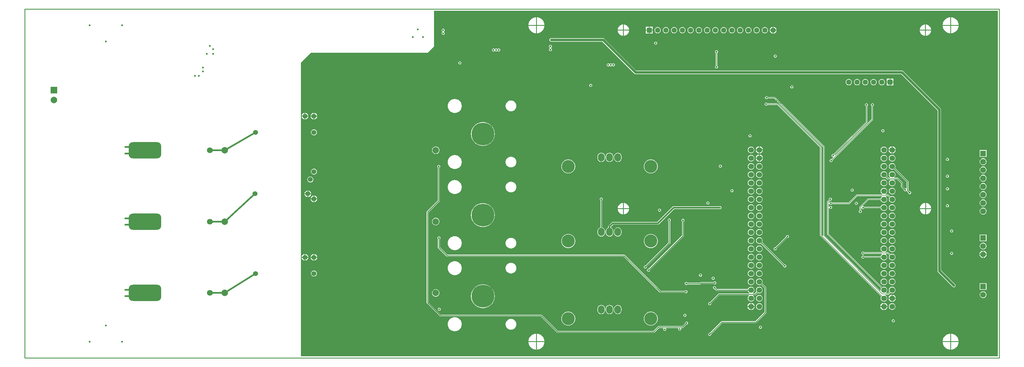
<source format=gbl>
G04 Layer_Physical_Order=4*
G04 Layer_Color=11796480*
%FSLAX43Y43*%
%MOMM*%
G71*
G01*
G75*
%ADD20C,2.000*%
%ADD28C,0.250*%
%ADD29C,0.150*%
%ADD30C,0.500*%
%ADD31C,0.200*%
%ADD35C,0.254*%
%ADD36C,0.178*%
%ADD37O,2.000X2.500*%
%ADD38C,7.000*%
%ADD39C,1.524*%
%ADD40C,1.800*%
%ADD41C,1.600*%
%ADD42R,1.600X1.600*%
%ADD45C,1.700*%
%ADD46C,1.750*%
%ADD47R,1.750X1.750*%
%ADD48C,4.000*%
%ADD49R,2.000X2.000*%
%ADD50R,1.800X1.800*%
%ADD51C,0.600*%
G04:AMPARAMS|DCode=70|XSize=10mm|YSize=5mm|CornerRadius=1.25mm|HoleSize=0mm|Usage=FLASHONLY|Rotation=180.000|XOffset=0mm|YOffset=0mm|HoleType=Round|Shape=RoundedRectangle|*
%AMROUNDEDRECTD70*
21,1,10.000,2.500,0,0,180.0*
21,1,7.500,5.000,0,0,180.0*
1,1,2.500,-3.750,1.250*
1,1,2.500,3.750,1.250*
1,1,2.500,3.750,-1.250*
1,1,2.500,-3.750,-1.250*
%
%ADD70ROUNDEDRECTD70*%
%ADD71C,0.750*%
G36*
X299500Y500D02*
X85000D01*
Y91000D01*
X88000Y94000D01*
X124000D01*
X126000Y96000D01*
Y107000D01*
X299500D01*
Y500D01*
D02*
G37*
%LPC*%
G36*
X223560Y37169D02*
X223299Y37134D01*
X223056Y37033D01*
X222847Y36873D01*
X222686Y36664D01*
X222586Y36421D01*
X222551Y36160D01*
X222586Y35899D01*
X222686Y35656D01*
X222847Y35447D01*
X223056Y35286D01*
X223299Y35186D01*
X223560Y35151D01*
X223821Y35186D01*
X224064Y35286D01*
X224273Y35447D01*
X224433Y35656D01*
X224534Y35899D01*
X224569Y36160D01*
X224534Y36421D01*
X224433Y36664D01*
X224273Y36873D01*
X224064Y37033D01*
X223821Y37134D01*
X223560Y37169D01*
D02*
G37*
G36*
X192700Y38160D02*
X192279Y38119D01*
X191873Y37996D01*
X191500Y37796D01*
X191172Y37528D01*
X190904Y37200D01*
X190704Y36827D01*
X190581Y36421D01*
X190540Y36000D01*
X190581Y35579D01*
X190704Y35173D01*
X190904Y34800D01*
X191172Y34472D01*
X191500Y34204D01*
X191873Y34004D01*
X192279Y33881D01*
X192700Y33840D01*
X193121Y33881D01*
X193527Y34004D01*
X193900Y34204D01*
X194228Y34472D01*
X194496Y34800D01*
X194696Y35173D01*
X194819Y35579D01*
X194860Y36000D01*
X194819Y36421D01*
X194696Y36827D01*
X194496Y37200D01*
X194228Y37528D01*
X193900Y37796D01*
X193527Y37996D01*
X193121Y38119D01*
X192700Y38160D01*
D02*
G37*
G36*
X267000Y37169D02*
X266739Y37134D01*
X266496Y37033D01*
X266287Y36873D01*
X266126Y36664D01*
X266026Y36421D01*
X265991Y36160D01*
X266026Y35899D01*
X266126Y35656D01*
X266287Y35447D01*
X266496Y35286D01*
X266739Y35186D01*
X267000Y35151D01*
X267261Y35186D01*
X267504Y35286D01*
X267713Y35447D01*
X267874Y35656D01*
X267974Y35899D01*
X268009Y36160D01*
X267974Y36421D01*
X267874Y36664D01*
X267713Y36873D01*
X267504Y37033D01*
X267261Y37134D01*
X267000Y37169D01*
D02*
G37*
G36*
X264460D02*
X264199Y37134D01*
X263956Y37033D01*
X263747Y36873D01*
X263586Y36664D01*
X263486Y36421D01*
X263451Y36160D01*
X263486Y35899D01*
X263586Y35656D01*
X263747Y35447D01*
X263956Y35286D01*
X264199Y35186D01*
X264460Y35151D01*
X264721Y35186D01*
X264964Y35286D01*
X265173Y35447D01*
X265333Y35656D01*
X265434Y35899D01*
X265469Y36160D01*
X265434Y36421D01*
X265333Y36664D01*
X265173Y36873D01*
X264964Y37033D01*
X264721Y37134D01*
X264460Y37169D01*
D02*
G37*
G36*
X295000Y35494D02*
X294732Y35459D01*
X294483Y35355D01*
X294269Y35191D01*
X294105Y34977D01*
X294001Y34728D01*
X293966Y34460D01*
X294001Y34192D01*
X294105Y33943D01*
X294269Y33729D01*
X294483Y33565D01*
X294732Y33461D01*
X295000Y33426D01*
X295268Y33461D01*
X295517Y33565D01*
X295731Y33729D01*
X295895Y33943D01*
X295999Y34192D01*
X296034Y34460D01*
X295999Y34728D01*
X295895Y34977D01*
X295731Y35191D01*
X295517Y35355D01*
X295268Y35459D01*
X295000Y35494D01*
D02*
G37*
G36*
X132350Y37510D02*
X131929Y37469D01*
X131523Y37346D01*
X131150Y37146D01*
X130822Y36878D01*
X130554Y36550D01*
X130354Y36177D01*
X130231Y35771D01*
X130190Y35350D01*
X130231Y34929D01*
X130354Y34523D01*
X130554Y34150D01*
X130822Y33822D01*
X131150Y33554D01*
X131523Y33354D01*
X131929Y33231D01*
X132350Y33190D01*
X132771Y33231D01*
X133177Y33354D01*
X133550Y33554D01*
X133878Y33822D01*
X134146Y34150D01*
X134346Y34523D01*
X134469Y34929D01*
X134510Y35350D01*
X134469Y35771D01*
X134346Y36177D01*
X134146Y36550D01*
X133878Y36878D01*
X133550Y37146D01*
X133177Y37346D01*
X132771Y37469D01*
X132350Y37510D01*
D02*
G37*
G36*
X167300Y38160D02*
X166879Y38119D01*
X166473Y37996D01*
X166100Y37796D01*
X165772Y37528D01*
X165504Y37200D01*
X165304Y36827D01*
X165181Y36421D01*
X165140Y36000D01*
X165181Y35579D01*
X165304Y35173D01*
X165504Y34800D01*
X165772Y34472D01*
X166100Y34204D01*
X166473Y34004D01*
X166879Y33881D01*
X167300Y33840D01*
X167721Y33881D01*
X168127Y34004D01*
X168500Y34204D01*
X168828Y34472D01*
X169096Y34800D01*
X169296Y35173D01*
X169419Y35579D01*
X169460Y36000D01*
X169419Y36421D01*
X169296Y36827D01*
X169096Y37200D01*
X168828Y37528D01*
X168500Y37796D01*
X168127Y37996D01*
X167721Y38119D01*
X167300Y38160D01*
D02*
G37*
G36*
X149650Y37008D02*
X149327Y36976D01*
X149016Y36882D01*
X148729Y36729D01*
X148478Y36522D01*
X148271Y36271D01*
X148118Y35984D01*
X148024Y35673D01*
X147992Y35350D01*
X148024Y35027D01*
X148118Y34716D01*
X148271Y34429D01*
X148478Y34178D01*
X148729Y33971D01*
X149016Y33818D01*
X149327Y33724D01*
X149650Y33692D01*
X149973Y33724D01*
X150284Y33818D01*
X150571Y33971D01*
X150822Y34178D01*
X151029Y34429D01*
X151182Y34716D01*
X151276Y35027D01*
X151308Y35350D01*
X151276Y35673D01*
X151182Y35984D01*
X151029Y36271D01*
X150822Y36522D01*
X150571Y36729D01*
X150284Y36882D01*
X149973Y36976D01*
X149650Y37008D01*
D02*
G37*
G36*
X223560Y39709D02*
X223299Y39674D01*
X223056Y39573D01*
X222847Y39413D01*
X222686Y39204D01*
X222586Y38961D01*
X222551Y38700D01*
X222586Y38439D01*
X222686Y38196D01*
X222847Y37987D01*
X223056Y37826D01*
X223299Y37726D01*
X223560Y37691D01*
X223821Y37726D01*
X224064Y37826D01*
X224273Y37987D01*
X224433Y38196D01*
X224534Y38439D01*
X224569Y38700D01*
X224534Y38961D01*
X224433Y39204D01*
X224273Y39413D01*
X224064Y39573D01*
X223821Y39674D01*
X223560Y39709D01*
D02*
G37*
G36*
X228300Y80659D02*
X228124Y80624D01*
X227976Y80524D01*
X227876Y80376D01*
X227841Y80200D01*
X227876Y80024D01*
X227976Y79876D01*
X228124Y79776D01*
X228300Y79741D01*
X228476Y79776D01*
X228624Y79876D01*
X228688Y79971D01*
X230705D01*
X245771Y64905D01*
Y37700D01*
X245785Y37627D01*
X245777Y37617D01*
X245588Y37576D01*
X245229Y37935D01*
Y65000D01*
X245212Y65088D01*
X245162Y65162D01*
X231962Y78362D01*
X231888Y78412D01*
X231800Y78429D01*
X228587D01*
X228524Y78524D01*
X228375Y78624D01*
X228200Y78659D01*
X228024Y78624D01*
X227875Y78524D01*
X227776Y78375D01*
X227741Y78200D01*
X227776Y78024D01*
X227875Y77875D01*
X228024Y77776D01*
X228200Y77741D01*
X228375Y77776D01*
X228524Y77875D01*
X228587Y77970D01*
X231705D01*
X244771Y64905D01*
Y37840D01*
X244788Y37752D01*
X244838Y37678D01*
X263606Y18910D01*
X263586Y18884D01*
X263486Y18641D01*
X263451Y18380D01*
X263486Y18119D01*
X263586Y17876D01*
X263747Y17667D01*
X263956Y17507D01*
X264199Y17406D01*
X264460Y17371D01*
X264721Y17406D01*
X264964Y17507D01*
X265173Y17667D01*
X265333Y17876D01*
X265434Y18119D01*
X265469Y18380D01*
X265434Y18641D01*
X265333Y18884D01*
X265173Y19093D01*
X264964Y19253D01*
X264863Y19296D01*
X264897Y19471D01*
X265780D01*
X265868Y19488D01*
X265942Y19538D01*
X266470Y20066D01*
X266496Y20046D01*
X266739Y19946D01*
X267000Y19911D01*
X267261Y19946D01*
X267504Y20046D01*
X267713Y20207D01*
X267874Y20416D01*
X267974Y20659D01*
X268009Y20920D01*
X267974Y21181D01*
X267874Y21424D01*
X267713Y21633D01*
X267504Y21793D01*
X267261Y21894D01*
X267000Y21929D01*
X266739Y21894D01*
X266496Y21793D01*
X266287Y21633D01*
X266126Y21424D01*
X266026Y21181D01*
X265991Y20920D01*
X266026Y20659D01*
X266126Y20416D01*
X266146Y20390D01*
X265685Y19929D01*
X265099D01*
X265040Y20104D01*
X265173Y20207D01*
X265333Y20416D01*
X265434Y20659D01*
X265469Y20920D01*
X265434Y21181D01*
X265333Y21424D01*
X265173Y21633D01*
X264964Y21793D01*
X264721Y21894D01*
X264460Y21929D01*
X264199Y21894D01*
X263956Y21793D01*
X263930Y21774D01*
X247429Y38275D01*
Y46206D01*
X247604Y46223D01*
X247611Y46189D01*
X247711Y46041D01*
X247859Y45941D01*
X248035Y45906D01*
X248211Y45941D01*
X248359Y46041D01*
X248459Y46189D01*
X248494Y46365D01*
X248459Y46541D01*
X248359Y46689D01*
X248211Y46789D01*
X248035Y46824D01*
X247859Y46789D01*
X247711Y46689D01*
X247611Y46541D01*
X247604Y46507D01*
X247429Y46524D01*
Y47476D01*
X247604Y47493D01*
X247611Y47459D01*
X247711Y47311D01*
X247859Y47211D01*
X248035Y47176D01*
X248211Y47211D01*
X248359Y47311D01*
X248423Y47406D01*
X253635D01*
X253723Y47423D01*
X253797Y47473D01*
X256195Y49871D01*
X263847D01*
X263906Y49696D01*
X263747Y49573D01*
X263586Y49364D01*
X263486Y49121D01*
X263482Y49089D01*
X259560D01*
X259560Y49089D01*
X259472Y49072D01*
X259398Y49022D01*
X257033Y46657D01*
X256983Y46583D01*
X256966Y46495D01*
Y45483D01*
X256871Y45419D01*
X256771Y45271D01*
X256736Y45095D01*
X256771Y44919D01*
X256871Y44771D01*
X257019Y44671D01*
X257195Y44636D01*
X257371Y44671D01*
X257519Y44771D01*
X257619Y44919D01*
X257654Y45095D01*
X257619Y45271D01*
X257519Y45419D01*
X257424Y45483D01*
Y46111D01*
X257596Y46144D01*
X257696Y45996D01*
X257844Y45896D01*
X258020Y45861D01*
X258196Y45896D01*
X258344Y45996D01*
X258408Y46091D01*
X263482D01*
X263486Y46059D01*
X263586Y45816D01*
X263747Y45607D01*
X263956Y45446D01*
X264199Y45346D01*
X264460Y45311D01*
X264721Y45346D01*
X264964Y45446D01*
X265173Y45607D01*
X265333Y45816D01*
X265434Y46059D01*
X265469Y46320D01*
X265434Y46581D01*
X265333Y46824D01*
X265173Y47033D01*
X264964Y47193D01*
X264721Y47294D01*
X264460Y47329D01*
X264199Y47294D01*
X263956Y47193D01*
X263747Y47033D01*
X263586Y46824D01*
X263486Y46581D01*
X263482Y46549D01*
X258408D01*
X258344Y46644D01*
X258196Y46744D01*
X258046Y46774D01*
X257998Y46856D01*
X257972Y46948D01*
X259655Y48631D01*
X263482D01*
X263486Y48599D01*
X263586Y48356D01*
X263747Y48147D01*
X263956Y47986D01*
X264199Y47886D01*
X264460Y47851D01*
X264721Y47886D01*
X264964Y47986D01*
X265173Y48147D01*
X265333Y48356D01*
X265434Y48599D01*
X265469Y48860D01*
X265434Y49121D01*
X265333Y49364D01*
X265173Y49573D01*
X265014Y49696D01*
X265073Y49871D01*
X265665D01*
X266146Y49390D01*
X266126Y49364D01*
X266026Y49121D01*
X265991Y48860D01*
X266026Y48599D01*
X266126Y48356D01*
X266287Y48147D01*
X266496Y47986D01*
X266739Y47886D01*
X267000Y47851D01*
X267261Y47886D01*
X267504Y47986D01*
X267713Y48147D01*
X267874Y48356D01*
X267974Y48599D01*
X268009Y48860D01*
X267974Y49121D01*
X267874Y49364D01*
X267713Y49573D01*
X267504Y49733D01*
X267261Y49834D01*
X267000Y49869D01*
X266739Y49834D01*
X266496Y49733D01*
X266470Y49714D01*
X265922Y50262D01*
X265848Y50312D01*
X265760Y50329D01*
X264946D01*
X264911Y50504D01*
X264964Y50527D01*
X265173Y50687D01*
X265333Y50896D01*
X265434Y51139D01*
X265469Y51400D01*
X265434Y51661D01*
X265333Y51904D01*
X265173Y52113D01*
X264964Y52273D01*
X264721Y52374D01*
X264460Y52409D01*
X264199Y52374D01*
X263956Y52273D01*
X263747Y52113D01*
X263586Y51904D01*
X263486Y51661D01*
X263451Y51400D01*
X263486Y51139D01*
X263586Y50896D01*
X263747Y50687D01*
X263956Y50527D01*
X264009Y50504D01*
X263974Y50329D01*
X256100D01*
X256012Y50312D01*
X255938Y50262D01*
X253540Y47864D01*
X248423D01*
X248359Y47959D01*
X248211Y48059D01*
X248035Y48094D01*
X247859Y48059D01*
X247711Y47959D01*
X247611Y47811D01*
X247604Y47777D01*
X247429Y47794D01*
Y48015D01*
X247883Y48468D01*
X247995Y48446D01*
X248171Y48481D01*
X248319Y48581D01*
X248419Y48729D01*
X248454Y48905D01*
X248419Y49081D01*
X248319Y49229D01*
X248171Y49329D01*
X247995Y49364D01*
X247819Y49329D01*
X247671Y49229D01*
X247571Y49081D01*
X247536Y48905D01*
X247558Y48793D01*
X247038Y48272D01*
X246988Y48198D01*
X246971Y48110D01*
Y38180D01*
X246988Y38092D01*
X247038Y38018D01*
X263606Y21450D01*
X263586Y21424D01*
X263486Y21181D01*
X263451Y20920D01*
X263466Y20805D01*
X263301Y20724D01*
X246229Y37795D01*
Y65000D01*
X246212Y65088D01*
X246162Y65162D01*
X230962Y80362D01*
X230888Y80412D01*
X230800Y80429D01*
X228688D01*
X228624Y80524D01*
X228476Y80624D01*
X228300Y80659D01*
D02*
G37*
G36*
X264460Y39709D02*
X264199Y39674D01*
X263956Y39573D01*
X263747Y39413D01*
X263586Y39204D01*
X263486Y38961D01*
X263451Y38700D01*
X263486Y38439D01*
X263586Y38196D01*
X263747Y37987D01*
X263956Y37826D01*
X264199Y37726D01*
X264460Y37691D01*
X264721Y37726D01*
X264964Y37826D01*
X265173Y37987D01*
X265333Y38196D01*
X265434Y38439D01*
X265469Y38700D01*
X265434Y38961D01*
X265333Y39204D01*
X265173Y39413D01*
X264964Y39573D01*
X264721Y39674D01*
X264460Y39709D01*
D02*
G37*
G36*
X226100D02*
X225839Y39674D01*
X225596Y39573D01*
X225387Y39413D01*
X225227Y39204D01*
X225126Y38961D01*
X225091Y38700D01*
X225126Y38439D01*
X225227Y38196D01*
X225387Y37987D01*
X225596Y37826D01*
X225839Y37726D01*
X226100Y37691D01*
X226361Y37726D01*
X226604Y37826D01*
X226813Y37987D01*
X226973Y38196D01*
X227074Y38439D01*
X227109Y38700D01*
X227074Y38961D01*
X226973Y39204D01*
X226813Y39413D01*
X226604Y39573D01*
X226361Y39674D01*
X226100Y39709D01*
D02*
G37*
G36*
X234760Y37859D02*
X234584Y37824D01*
X234436Y37724D01*
X234336Y37576D01*
X234301Y37400D01*
X234312Y37348D01*
X231032Y34068D01*
X230980Y34079D01*
X230804Y34044D01*
X230656Y33944D01*
X230556Y33796D01*
X230521Y33620D01*
X230556Y33444D01*
X230656Y33296D01*
X230804Y33196D01*
X230980Y33161D01*
X231156Y33196D01*
X231304Y33296D01*
X231404Y33444D01*
X231439Y33620D01*
X231428Y33672D01*
X234708Y36952D01*
X234760Y36941D01*
X234936Y36976D01*
X235084Y37076D01*
X235184Y37224D01*
X235219Y37400D01*
X235184Y37576D01*
X235084Y37724D01*
X234936Y37824D01*
X234760Y37859D01*
D02*
G37*
G36*
X296025Y38025D02*
X293975D01*
Y35975D01*
X296025D01*
Y38025D01*
D02*
G37*
G36*
X182550Y40210D02*
X182250Y40170D01*
X181970Y40055D01*
X181730Y39870D01*
X181545Y39630D01*
X181430Y39350D01*
X181390Y39050D01*
Y38550D01*
X181430Y38250D01*
X181545Y37970D01*
X181730Y37730D01*
X181970Y37545D01*
X182250Y37430D01*
X182550Y37390D01*
X182850Y37430D01*
X183130Y37545D01*
X183370Y37730D01*
X183555Y37970D01*
X183670Y38250D01*
X183710Y38550D01*
Y39050D01*
X183670Y39350D01*
X183555Y39630D01*
X183370Y39870D01*
X183130Y40055D01*
X182850Y40170D01*
X182550Y40210D01*
D02*
G37*
G36*
X177450Y49409D02*
X177274Y49374D01*
X177126Y49274D01*
X177026Y49126D01*
X176991Y48950D01*
X177026Y48774D01*
X177126Y48626D01*
X177170Y48596D01*
Y40173D01*
X177150Y40170D01*
X176870Y40055D01*
X176630Y39870D01*
X176445Y39630D01*
X176330Y39350D01*
X176290Y39050D01*
Y38550D01*
X176330Y38250D01*
X176445Y37970D01*
X176630Y37730D01*
X176870Y37545D01*
X177150Y37430D01*
X177450Y37390D01*
X177750Y37430D01*
X178030Y37545D01*
X178270Y37730D01*
X178455Y37970D01*
X178570Y38250D01*
X178610Y38550D01*
Y39050D01*
X178570Y39350D01*
X178455Y39630D01*
X178270Y39870D01*
X178030Y40055D01*
X177750Y40170D01*
X177730Y40173D01*
Y48596D01*
X177774Y48626D01*
X177874Y48774D01*
X177909Y48950D01*
X177874Y49126D01*
X177774Y49274D01*
X177626Y49374D01*
X177450Y49409D01*
D02*
G37*
G36*
X88873Y32008D02*
X88735Y31990D01*
X88488Y31887D01*
X88275Y31725D01*
X88113Y31512D01*
X88010Y31265D01*
X87992Y31127D01*
X88873D01*
Y32008D01*
D02*
G37*
G36*
X296122Y31793D02*
X295127D01*
Y30798D01*
X295295Y30820D01*
X295569Y30934D01*
X295805Y31115D01*
X295986Y31351D01*
X296100Y31625D01*
X296122Y31793D01*
D02*
G37*
G36*
X86377Y32008D02*
Y31127D01*
X87258D01*
X87240Y31265D01*
X87137Y31512D01*
X86975Y31725D01*
X86762Y31887D01*
X86515Y31990D01*
X86377Y32008D01*
D02*
G37*
G36*
X86123D02*
X85985Y31990D01*
X85738Y31887D01*
X85525Y31725D01*
X85363Y31512D01*
X85260Y31265D01*
X85242Y31127D01*
X86123D01*
Y32008D01*
D02*
G37*
G36*
X223560Y32089D02*
X223299Y32054D01*
X223056Y31953D01*
X222847Y31793D01*
X222686Y31584D01*
X222586Y31341D01*
X222551Y31080D01*
X222586Y30819D01*
X222686Y30576D01*
X222847Y30367D01*
X223056Y30206D01*
X223299Y30106D01*
X223560Y30071D01*
X223821Y30106D01*
X224064Y30206D01*
X224273Y30367D01*
X224433Y30576D01*
X224534Y30819D01*
X224569Y31080D01*
X224534Y31341D01*
X224433Y31584D01*
X224273Y31793D01*
X224064Y31953D01*
X223821Y32054D01*
X223560Y32089D01*
D02*
G37*
G36*
X90008Y30873D02*
X89127D01*
Y29992D01*
X89265Y30010D01*
X89512Y30113D01*
X89725Y30275D01*
X89887Y30488D01*
X89990Y30735D01*
X90008Y30873D01*
D02*
G37*
G36*
X294873Y31793D02*
X293878D01*
X293900Y31625D01*
X294014Y31351D01*
X294195Y31115D01*
X294431Y30934D01*
X294705Y30820D01*
X294873Y30798D01*
Y31793D01*
D02*
G37*
G36*
X226100Y32089D02*
X225839Y32054D01*
X225596Y31953D01*
X225387Y31793D01*
X225227Y31584D01*
X225126Y31341D01*
X225091Y31080D01*
X225126Y30819D01*
X225227Y30576D01*
X225387Y30367D01*
X225596Y30206D01*
X225839Y30106D01*
X226100Y30071D01*
X226361Y30106D01*
X226604Y30206D01*
X226813Y30367D01*
X226973Y30576D01*
X227074Y30819D01*
X227109Y31080D01*
X227074Y31341D01*
X226973Y31584D01*
X226813Y31793D01*
X226604Y31953D01*
X226361Y32054D01*
X226100Y32089D01*
D02*
G37*
G36*
X223560Y34629D02*
X223299Y34594D01*
X223056Y34493D01*
X222847Y34333D01*
X222686Y34124D01*
X222586Y33881D01*
X222551Y33620D01*
X222586Y33359D01*
X222686Y33116D01*
X222847Y32907D01*
X223056Y32746D01*
X223299Y32646D01*
X223560Y32611D01*
X223821Y32646D01*
X224064Y32746D01*
X224273Y32907D01*
X224433Y33116D01*
X224534Y33359D01*
X224569Y33620D01*
X224534Y33881D01*
X224433Y34124D01*
X224273Y34333D01*
X224064Y34493D01*
X223821Y34594D01*
X223560Y34629D01*
D02*
G37*
G36*
X264460D02*
X264199Y34594D01*
X263956Y34493D01*
X263747Y34333D01*
X263586Y34124D01*
X263486Y33881D01*
X263451Y33620D01*
X263486Y33359D01*
X263586Y33116D01*
X263747Y32907D01*
X263956Y32746D01*
X264057Y32704D01*
X264023Y32529D01*
X258388D01*
X258324Y32624D01*
X258176Y32724D01*
X258000Y32759D01*
X257824Y32724D01*
X257676Y32624D01*
X257576Y32476D01*
X257541Y32300D01*
X257576Y32124D01*
X257676Y31976D01*
X257824Y31876D01*
X258000Y31841D01*
X258176Y31876D01*
X258324Y31976D01*
X258388Y32071D01*
X263821D01*
X263880Y31896D01*
X263747Y31793D01*
X263586Y31584D01*
X263486Y31341D01*
X263482Y31309D01*
X258408D01*
X258344Y31404D01*
X258196Y31504D01*
X258020Y31539D01*
X257844Y31504D01*
X257696Y31404D01*
X257596Y31256D01*
X257561Y31080D01*
X257596Y30904D01*
X257696Y30756D01*
X257844Y30656D01*
X258020Y30621D01*
X258196Y30656D01*
X258344Y30756D01*
X258408Y30851D01*
X263482D01*
X263486Y30819D01*
X263586Y30576D01*
X263747Y30367D01*
X263956Y30206D01*
X264199Y30106D01*
X264460Y30071D01*
X264721Y30106D01*
X264964Y30206D01*
X265173Y30367D01*
X265333Y30576D01*
X265434Y30819D01*
X265469Y31080D01*
X265434Y31341D01*
X265333Y31584D01*
X265173Y31793D01*
X265040Y31896D01*
X265099Y32071D01*
X265685D01*
X266146Y31610D01*
X266126Y31584D01*
X266026Y31341D01*
X265991Y31080D01*
X266026Y30819D01*
X266126Y30576D01*
X266287Y30367D01*
X266496Y30206D01*
X266739Y30106D01*
X267000Y30071D01*
X267261Y30106D01*
X267504Y30206D01*
X267713Y30367D01*
X267874Y30576D01*
X267974Y30819D01*
X268009Y31080D01*
X267974Y31341D01*
X267874Y31584D01*
X267713Y31793D01*
X267504Y31953D01*
X267261Y32054D01*
X267000Y32089D01*
X266739Y32054D01*
X266496Y31953D01*
X266470Y31934D01*
X265942Y32462D01*
X265868Y32512D01*
X265780Y32529D01*
X264897D01*
X264863Y32704D01*
X264964Y32746D01*
X265173Y32907D01*
X265333Y33116D01*
X265434Y33359D01*
X265469Y33620D01*
X265434Y33881D01*
X265333Y34124D01*
X265173Y34333D01*
X264964Y34493D01*
X264721Y34594D01*
X264460Y34629D01*
D02*
G37*
G36*
X267000D02*
X266739Y34594D01*
X266496Y34493D01*
X266287Y34333D01*
X266126Y34124D01*
X266026Y33881D01*
X265991Y33620D01*
X266026Y33359D01*
X266126Y33116D01*
X266287Y32907D01*
X266496Y32746D01*
X266739Y32646D01*
X267000Y32611D01*
X267261Y32646D01*
X267504Y32746D01*
X267713Y32907D01*
X267874Y33116D01*
X267974Y33359D01*
X268009Y33620D01*
X267974Y33881D01*
X267874Y34124D01*
X267713Y34333D01*
X267504Y34493D01*
X267261Y34594D01*
X267000Y34629D01*
D02*
G37*
G36*
X226100D02*
X225839Y34594D01*
X225596Y34493D01*
X225387Y34333D01*
X225227Y34124D01*
X225126Y33881D01*
X225091Y33620D01*
X225126Y33359D01*
X225227Y33116D01*
X225387Y32907D01*
X225596Y32746D01*
X225839Y32646D01*
X226100Y32611D01*
X226361Y32646D01*
X226604Y32746D01*
X226813Y32907D01*
X226973Y33116D01*
X227074Y33359D01*
X227109Y33620D01*
X227074Y33881D01*
X226973Y34124D01*
X226813Y34333D01*
X226604Y34493D01*
X226361Y34594D01*
X226100Y34629D01*
D02*
G37*
G36*
X285300Y32659D02*
X285124Y32624D01*
X284976Y32524D01*
X284876Y32376D01*
X284841Y32200D01*
X284876Y32024D01*
X284976Y31876D01*
X285124Y31776D01*
X285300Y31741D01*
X285476Y31776D01*
X285624Y31876D01*
X285724Y32024D01*
X285759Y32200D01*
X285724Y32376D01*
X285624Y32524D01*
X285476Y32624D01*
X285300Y32659D01*
D02*
G37*
G36*
X89127Y32008D02*
Y31127D01*
X90008D01*
X89990Y31265D01*
X89887Y31512D01*
X89725Y31725D01*
X89512Y31887D01*
X89265Y31990D01*
X89127Y32008D01*
D02*
G37*
G36*
X295127Y33042D02*
Y32047D01*
X296122D01*
X296100Y32215D01*
X295986Y32489D01*
X295805Y32725D01*
X295569Y32906D01*
X295295Y33020D01*
X295127Y33042D01*
D02*
G37*
G36*
X294873Y33042D02*
X294705Y33020D01*
X294431Y32906D01*
X294195Y32725D01*
X294014Y32489D01*
X293900Y32215D01*
X293878Y32047D01*
X294873D01*
Y33042D01*
D02*
G37*
G36*
X267000Y39709D02*
X266739Y39674D01*
X266496Y39573D01*
X266287Y39413D01*
X266126Y39204D01*
X266026Y38961D01*
X265991Y38700D01*
X266026Y38439D01*
X266126Y38196D01*
X266287Y37987D01*
X266496Y37826D01*
X266739Y37726D01*
X267000Y37691D01*
X267261Y37726D01*
X267504Y37826D01*
X267713Y37987D01*
X267874Y38196D01*
X267974Y38439D01*
X268009Y38700D01*
X267974Y38961D01*
X267874Y39204D01*
X267713Y39413D01*
X267504Y39573D01*
X267261Y39674D01*
X267000Y39709D01*
D02*
G37*
G36*
X184123Y47750D02*
X183906Y47729D01*
X183576Y47628D01*
X183271Y47465D01*
X183004Y47246D01*
X182785Y46979D01*
X182622Y46674D01*
X182521Y46344D01*
X182500Y46127D01*
X184123D01*
Y47750D01*
D02*
G37*
G36*
X214000Y46759D02*
X213824Y46724D01*
X213800Y46708D01*
X199700D01*
X199544Y46677D01*
X199412Y46588D01*
X199412Y46588D01*
X194731Y41908D01*
X181000D01*
X181000Y41908D01*
X180844Y41877D01*
X180712Y41788D01*
X179712Y40788D01*
X179623Y40656D01*
X179592Y40500D01*
X179592Y40500D01*
Y40126D01*
X179420Y40055D01*
X179180Y39870D01*
X178995Y39630D01*
X178880Y39350D01*
X178840Y39050D01*
Y38550D01*
X178880Y38250D01*
X178995Y37970D01*
X179180Y37730D01*
X179420Y37545D01*
X179700Y37430D01*
X180000Y37390D01*
X180300Y37430D01*
X180580Y37545D01*
X180820Y37730D01*
X181005Y37970D01*
X181120Y38250D01*
X181160Y38550D01*
Y39050D01*
X181120Y39350D01*
X181005Y39630D01*
X180820Y39870D01*
X180580Y40055D01*
X180408Y40126D01*
Y40331D01*
X181169Y41092D01*
X194900D01*
X194900Y41092D01*
X195056Y41123D01*
X195188Y41212D01*
X199869Y45892D01*
X213800D01*
X213824Y45876D01*
X214000Y45841D01*
X214176Y45876D01*
X214324Y45976D01*
X214424Y46124D01*
X214459Y46300D01*
X214424Y46476D01*
X214324Y46624D01*
X214176Y46724D01*
X214000Y46759D01*
D02*
G37*
G36*
X277143Y47750D02*
X276926Y47729D01*
X276596Y47628D01*
X276291Y47465D01*
X276024Y47246D01*
X275805Y46979D01*
X275642Y46674D01*
X275541Y46344D01*
X275520Y46127D01*
X277143D01*
Y47750D01*
D02*
G37*
G36*
X184377D02*
Y46127D01*
X186000D01*
X185979Y46344D01*
X185878Y46674D01*
X185715Y46979D01*
X185496Y47246D01*
X185229Y47465D01*
X184924Y47628D01*
X184594Y47729D01*
X184377Y47750D01*
D02*
G37*
G36*
X223560Y47329D02*
X223299Y47294D01*
X223056Y47193D01*
X222847Y47033D01*
X222686Y46824D01*
X222586Y46581D01*
X222551Y46320D01*
X222586Y46059D01*
X222686Y45816D01*
X222847Y45607D01*
X223056Y45446D01*
X223299Y45346D01*
X223560Y45311D01*
X223821Y45346D01*
X224064Y45446D01*
X224273Y45607D01*
X224433Y45816D01*
X224534Y46059D01*
X224569Y46320D01*
X224534Y46581D01*
X224433Y46824D01*
X224273Y47033D01*
X224064Y47193D01*
X223821Y47294D01*
X223560Y47329D01*
D02*
G37*
G36*
X195400Y45959D02*
X195224Y45924D01*
X195076Y45824D01*
X194976Y45676D01*
X194941Y45500D01*
X194976Y45324D01*
X195076Y45176D01*
X195224Y45076D01*
X195400Y45041D01*
X195576Y45076D01*
X195724Y45176D01*
X195824Y45324D01*
X195859Y45500D01*
X195824Y45676D01*
X195724Y45824D01*
X195576Y45924D01*
X195400Y45959D01*
D02*
G37*
G36*
X267000Y47329D02*
X266739Y47294D01*
X266496Y47193D01*
X266287Y47033D01*
X266126Y46824D01*
X266026Y46581D01*
X265991Y46320D01*
X266026Y46059D01*
X266126Y45816D01*
X266287Y45607D01*
X266496Y45446D01*
X266739Y45346D01*
X267000Y45311D01*
X267261Y45346D01*
X267504Y45446D01*
X267713Y45607D01*
X267874Y45816D01*
X267974Y46059D01*
X268009Y46320D01*
X267974Y46581D01*
X267874Y46824D01*
X267713Y47033D01*
X267504Y47193D01*
X267261Y47294D01*
X267000Y47329D01*
D02*
G37*
G36*
X226100D02*
X225839Y47294D01*
X225596Y47193D01*
X225387Y47033D01*
X225227Y46824D01*
X225126Y46581D01*
X225091Y46320D01*
X225126Y46059D01*
X225227Y45816D01*
X225387Y45607D01*
X225596Y45446D01*
X225839Y45346D01*
X226100Y45311D01*
X226361Y45346D01*
X226604Y45446D01*
X226813Y45607D01*
X226973Y45816D01*
X227074Y46059D01*
X227109Y46320D01*
X227074Y46581D01*
X226973Y46824D01*
X226813Y47033D01*
X226604Y47193D01*
X226361Y47294D01*
X226100Y47329D01*
D02*
G37*
G36*
X223560Y49869D02*
X223299Y49834D01*
X223056Y49733D01*
X222847Y49573D01*
X222686Y49364D01*
X222586Y49121D01*
X222551Y48860D01*
X222586Y48599D01*
X222686Y48356D01*
X222847Y48147D01*
X223056Y47986D01*
X223299Y47886D01*
X223560Y47851D01*
X223821Y47886D01*
X224064Y47986D01*
X224273Y48147D01*
X224433Y48356D01*
X224534Y48599D01*
X224569Y48860D01*
X224534Y49121D01*
X224433Y49364D01*
X224273Y49573D01*
X224064Y49733D01*
X223821Y49834D01*
X223560Y49869D01*
D02*
G37*
G36*
X210270Y48189D02*
X210094Y48154D01*
X209946Y48054D01*
X209846Y47906D01*
X209811Y47730D01*
X209846Y47554D01*
X209946Y47406D01*
X210094Y47306D01*
X210270Y47271D01*
X210446Y47306D01*
X210594Y47406D01*
X210694Y47554D01*
X210729Y47730D01*
X210694Y47906D01*
X210594Y48054D01*
X210446Y48154D01*
X210270Y48189D01*
D02*
G37*
G36*
X90008Y48873D02*
X89127D01*
Y47992D01*
X89265Y48010D01*
X89512Y48113D01*
X89725Y48275D01*
X89887Y48488D01*
X89990Y48735D01*
X90008Y48873D01*
D02*
G37*
G36*
X226100Y49869D02*
X225839Y49834D01*
X225596Y49733D01*
X225387Y49573D01*
X225227Y49364D01*
X225126Y49121D01*
X225091Y48860D01*
X225126Y48599D01*
X225227Y48356D01*
X225387Y48147D01*
X225596Y47986D01*
X225839Y47886D01*
X226100Y47851D01*
X226361Y47886D01*
X226604Y47986D01*
X226813Y48147D01*
X226973Y48356D01*
X227074Y48599D01*
X227109Y48860D01*
X227074Y49121D01*
X226973Y49364D01*
X226813Y49573D01*
X226604Y49733D01*
X226361Y49834D01*
X226100Y49869D01*
D02*
G37*
G36*
X284000Y47359D02*
X283824Y47324D01*
X283676Y47224D01*
X283576Y47076D01*
X283541Y46900D01*
X283576Y46724D01*
X283676Y46576D01*
X283824Y46476D01*
X284000Y46441D01*
X284176Y46476D01*
X284324Y46576D01*
X284424Y46724D01*
X284459Y46900D01*
X284424Y47076D01*
X284324Y47224D01*
X284176Y47324D01*
X284000Y47359D01*
D02*
G37*
G36*
X277397Y47750D02*
Y46127D01*
X279020D01*
X278999Y46344D01*
X278898Y46674D01*
X278735Y46979D01*
X278516Y47246D01*
X278249Y47465D01*
X277944Y47628D01*
X277614Y47729D01*
X277397Y47750D01*
D02*
G37*
G36*
X255965Y48094D02*
X255789Y48059D01*
X255641Y47959D01*
X255541Y47811D01*
X255506Y47635D01*
X255541Y47459D01*
X255641Y47311D01*
X255789Y47211D01*
X255965Y47176D01*
X256141Y47211D01*
X256289Y47311D01*
X256389Y47459D01*
X256424Y47635D01*
X256389Y47811D01*
X256289Y47959D01*
X256141Y48059D01*
X255965Y48094D01*
D02*
G37*
G36*
X295000Y48819D02*
X294726Y48783D01*
X294470Y48677D01*
X294251Y48509D01*
X294083Y48290D01*
X293977Y48034D01*
X293941Y47760D01*
X293977Y47486D01*
X294083Y47230D01*
X294251Y47011D01*
X294470Y46843D01*
X294726Y46737D01*
X295000Y46701D01*
X295274Y46737D01*
X295530Y46843D01*
X295749Y47011D01*
X295917Y47230D01*
X296023Y47486D01*
X296059Y47760D01*
X296023Y48034D01*
X295917Y48290D01*
X295749Y48509D01*
X295530Y48677D01*
X295274Y48783D01*
X295000Y48819D01*
D02*
G37*
G36*
X141000Y47661D02*
X140427Y47616D01*
X139869Y47482D01*
X139338Y47262D01*
X138848Y46962D01*
X138411Y46589D01*
X138038Y46152D01*
X137738Y45662D01*
X137518Y45131D01*
X137384Y44573D01*
X137339Y44000D01*
X137384Y43427D01*
X137518Y42869D01*
X137738Y42338D01*
X138038Y41848D01*
X138411Y41411D01*
X138848Y41038D01*
X139338Y40738D01*
X139869Y40518D01*
X140427Y40384D01*
X141000Y40339D01*
X141573Y40384D01*
X142131Y40518D01*
X142662Y40738D01*
X143152Y41038D01*
X143589Y41411D01*
X143962Y41848D01*
X144262Y42338D01*
X144482Y42869D01*
X144616Y43427D01*
X144661Y44000D01*
X144616Y44573D01*
X144482Y45131D01*
X144262Y45662D01*
X143962Y46152D01*
X143589Y46589D01*
X143152Y46962D01*
X142662Y47262D01*
X142131Y47482D01*
X141573Y47616D01*
X141000Y47661D01*
D02*
G37*
G36*
X267000Y42249D02*
X266739Y42214D01*
X266496Y42113D01*
X266287Y41953D01*
X266126Y41744D01*
X266026Y41501D01*
X265991Y41240D01*
X266026Y40979D01*
X266126Y40736D01*
X266287Y40527D01*
X266496Y40367D01*
X266739Y40266D01*
X267000Y40231D01*
X267261Y40266D01*
X267504Y40367D01*
X267713Y40527D01*
X267874Y40736D01*
X267974Y40979D01*
X268009Y41240D01*
X267974Y41501D01*
X267874Y41744D01*
X267713Y41953D01*
X267504Y42113D01*
X267261Y42214D01*
X267000Y42249D01*
D02*
G37*
G36*
X223560Y44789D02*
X223299Y44754D01*
X223056Y44653D01*
X222847Y44493D01*
X222686Y44284D01*
X222586Y44041D01*
X222551Y43780D01*
X222586Y43519D01*
X222686Y43276D01*
X222847Y43067D01*
X223056Y42907D01*
X223299Y42806D01*
X223560Y42771D01*
X223821Y42806D01*
X224064Y42907D01*
X224273Y43067D01*
X224433Y43276D01*
X224534Y43519D01*
X224569Y43780D01*
X224534Y44041D01*
X224433Y44284D01*
X224273Y44493D01*
X224064Y44653D01*
X223821Y44754D01*
X223560Y44789D01*
D02*
G37*
G36*
X126500Y43160D02*
X126200Y43120D01*
X125920Y43005D01*
X125680Y42820D01*
X125495Y42580D01*
X125380Y42300D01*
X125340Y42000D01*
X125380Y41700D01*
X125495Y41420D01*
X125680Y41180D01*
X125920Y40995D01*
X126200Y40880D01*
X126500Y40840D01*
X126800Y40880D01*
X127080Y40995D01*
X127320Y41180D01*
X127505Y41420D01*
X127620Y41700D01*
X127660Y42000D01*
X127620Y42300D01*
X127505Y42580D01*
X127320Y42820D01*
X127080Y43005D01*
X126800Y43120D01*
X126500Y43160D01*
D02*
G37*
G36*
X223560Y42249D02*
X223299Y42214D01*
X223056Y42113D01*
X222847Y41953D01*
X222686Y41744D01*
X222586Y41501D01*
X222551Y41240D01*
X222586Y40979D01*
X222686Y40736D01*
X222847Y40527D01*
X223056Y40367D01*
X223299Y40266D01*
X223560Y40231D01*
X223821Y40266D01*
X224064Y40367D01*
X224273Y40527D01*
X224433Y40736D01*
X224534Y40979D01*
X224569Y41240D01*
X224534Y41501D01*
X224433Y41744D01*
X224273Y41953D01*
X224064Y42113D01*
X223821Y42214D01*
X223560Y42249D01*
D02*
G37*
G36*
X285300Y39559D02*
X285124Y39524D01*
X284976Y39424D01*
X284876Y39276D01*
X284841Y39100D01*
X284876Y38924D01*
X284976Y38776D01*
X285124Y38676D01*
X285300Y38641D01*
X285476Y38676D01*
X285624Y38776D01*
X285724Y38924D01*
X285759Y39100D01*
X285724Y39276D01*
X285624Y39424D01*
X285476Y39524D01*
X285300Y39559D01*
D02*
G37*
G36*
X264460Y42249D02*
X264199Y42214D01*
X263956Y42113D01*
X263747Y41953D01*
X263586Y41744D01*
X263486Y41501D01*
X263451Y41240D01*
X263486Y40979D01*
X263586Y40736D01*
X263747Y40527D01*
X263956Y40367D01*
X264199Y40266D01*
X264460Y40231D01*
X264721Y40266D01*
X264964Y40367D01*
X265173Y40527D01*
X265333Y40736D01*
X265434Y40979D01*
X265469Y41240D01*
X265434Y41501D01*
X265333Y41744D01*
X265173Y41953D01*
X264964Y42113D01*
X264721Y42214D01*
X264460Y42249D01*
D02*
G37*
G36*
X226100D02*
X225839Y42214D01*
X225596Y42113D01*
X225387Y41953D01*
X225227Y41744D01*
X225126Y41501D01*
X225091Y41240D01*
X225126Y40979D01*
X225227Y40736D01*
X225387Y40527D01*
X225596Y40367D01*
X225839Y40266D01*
X226100Y40231D01*
X226361Y40266D01*
X226604Y40367D01*
X226813Y40527D01*
X226973Y40736D01*
X227074Y40979D01*
X227109Y41240D01*
X227074Y41501D01*
X226973Y41744D01*
X226813Y41953D01*
X226604Y42113D01*
X226361Y42214D01*
X226100Y42249D01*
D02*
G37*
G36*
X186000Y45873D02*
X184377D01*
Y44250D01*
X184594Y44271D01*
X184924Y44372D01*
X185229Y44535D01*
X185496Y44754D01*
X185715Y45021D01*
X185878Y45326D01*
X185979Y45656D01*
X186000Y45873D01*
D02*
G37*
G36*
X184123D02*
X182500D01*
X182521Y45656D01*
X182622Y45326D01*
X182785Y45021D01*
X183004Y44754D01*
X183271Y44535D01*
X183576Y44372D01*
X183906Y44271D01*
X184123Y44250D01*
Y45873D01*
D02*
G37*
G36*
X279020D02*
X277397D01*
Y44250D01*
X277614Y44271D01*
X277944Y44372D01*
X278249Y44535D01*
X278516Y44754D01*
X278735Y45021D01*
X278898Y45326D01*
X278999Y45656D01*
X279020Y45873D01*
D02*
G37*
G36*
X277143D02*
X275520D01*
X275541Y45656D01*
X275642Y45326D01*
X275805Y45021D01*
X276024Y44754D01*
X276291Y44535D01*
X276596Y44372D01*
X276926Y44271D01*
X277143Y44250D01*
Y45873D01*
D02*
G37*
G36*
X264460Y44789D02*
X264199Y44754D01*
X263956Y44653D01*
X263747Y44493D01*
X263586Y44284D01*
X263486Y44041D01*
X263451Y43780D01*
X263486Y43519D01*
X263586Y43276D01*
X263747Y43067D01*
X263956Y42907D01*
X264199Y42806D01*
X264460Y42771D01*
X264721Y42806D01*
X264964Y42907D01*
X265173Y43067D01*
X265333Y43276D01*
X265434Y43519D01*
X265469Y43780D01*
X265434Y44041D01*
X265333Y44284D01*
X265173Y44493D01*
X264964Y44653D01*
X264721Y44754D01*
X264460Y44789D01*
D02*
G37*
G36*
X226100D02*
X225839Y44754D01*
X225596Y44653D01*
X225387Y44493D01*
X225227Y44284D01*
X225126Y44041D01*
X225091Y43780D01*
X225126Y43519D01*
X225227Y43276D01*
X225387Y43067D01*
X225596Y42907D01*
X225839Y42806D01*
X226100Y42771D01*
X226361Y42806D01*
X226604Y42907D01*
X226813Y43067D01*
X226973Y43276D01*
X227074Y43519D01*
X227109Y43780D01*
X227074Y44041D01*
X226973Y44284D01*
X226813Y44493D01*
X226604Y44653D01*
X226361Y44754D01*
X226100Y44789D01*
D02*
G37*
G36*
X295000Y46279D02*
X294726Y46243D01*
X294470Y46137D01*
X294251Y45969D01*
X294083Y45750D01*
X293977Y45494D01*
X293941Y45220D01*
X293977Y44946D01*
X294083Y44690D01*
X294251Y44471D01*
X294470Y44303D01*
X294726Y44197D01*
X295000Y44161D01*
X295274Y44197D01*
X295530Y44303D01*
X295749Y44471D01*
X295917Y44690D01*
X296023Y44946D01*
X296059Y45220D01*
X296023Y45494D01*
X295917Y45750D01*
X295749Y45969D01*
X295530Y46137D01*
X295274Y46243D01*
X295000Y46279D01*
D02*
G37*
G36*
X267000Y44789D02*
X266739Y44754D01*
X266496Y44653D01*
X266287Y44493D01*
X266126Y44284D01*
X266026Y44041D01*
X265991Y43780D01*
X266026Y43519D01*
X266126Y43276D01*
X266287Y43067D01*
X266496Y42907D01*
X266739Y42806D01*
X267000Y42771D01*
X267261Y42806D01*
X267504Y42907D01*
X267713Y43067D01*
X267874Y43276D01*
X267974Y43519D01*
X268009Y43780D01*
X267974Y44041D01*
X267874Y44284D01*
X267713Y44493D01*
X267504Y44653D01*
X267261Y44754D01*
X267000Y44789D01*
D02*
G37*
G36*
X87258Y30873D02*
X86377D01*
Y29992D01*
X86515Y30010D01*
X86762Y30113D01*
X86975Y30275D01*
X87137Y30488D01*
X87240Y30735D01*
X87258Y30873D01*
D02*
G37*
G36*
X224657Y15713D02*
X223687D01*
Y14743D01*
X223848Y14764D01*
X224117Y14876D01*
X224347Y15053D01*
X224524Y15283D01*
X224636Y15552D01*
X224657Y15713D01*
D02*
G37*
G36*
X127575Y15434D02*
X127399Y15399D01*
X127251Y15299D01*
X127151Y15151D01*
X127116Y14975D01*
X127151Y14799D01*
X127251Y14651D01*
X127399Y14551D01*
X127575Y14516D01*
X127751Y14551D01*
X127899Y14651D01*
X127999Y14799D01*
X128034Y14975D01*
X127999Y15151D01*
X127899Y15299D01*
X127751Y15399D01*
X127575Y15434D01*
D02*
G37*
G36*
X265557Y15713D02*
X264587D01*
Y14743D01*
X264748Y14764D01*
X265017Y14876D01*
X265247Y15053D01*
X265424Y15283D01*
X265536Y15552D01*
X265557Y15713D01*
D02*
G37*
G36*
X264333D02*
X263363D01*
X263384Y15552D01*
X263496Y15283D01*
X263673Y15053D01*
X263903Y14876D01*
X264172Y14764D01*
X264333Y14743D01*
Y15713D01*
D02*
G37*
G36*
X177450Y16310D02*
X177150Y16270D01*
X176870Y16155D01*
X176630Y15970D01*
X176445Y15730D01*
X176330Y15450D01*
X176290Y15150D01*
Y14650D01*
X176330Y14350D01*
X176445Y14070D01*
X176630Y13830D01*
X176870Y13645D01*
X177150Y13530D01*
X177450Y13490D01*
X177750Y13530D01*
X178030Y13645D01*
X178270Y13830D01*
X178455Y14070D01*
X178570Y14350D01*
X178610Y14650D01*
Y15150D01*
X178570Y15450D01*
X178455Y15730D01*
X178270Y15970D01*
X178030Y16155D01*
X177750Y16270D01*
X177450Y16310D01*
D02*
G37*
G36*
X203200Y13559D02*
X203024Y13524D01*
X202876Y13424D01*
X202776Y13276D01*
X202741Y13100D01*
X202776Y12924D01*
X202876Y12776D01*
X203024Y12676D01*
X203200Y12641D01*
X203376Y12676D01*
X203524Y12776D01*
X203624Y12924D01*
X203659Y13100D01*
X203624Y13276D01*
X203524Y13424D01*
X203376Y13524D01*
X203200Y13559D01*
D02*
G37*
G36*
X182550Y16310D02*
X182250Y16270D01*
X181970Y16155D01*
X181730Y15970D01*
X181545Y15730D01*
X181430Y15450D01*
X181390Y15150D01*
Y14650D01*
X181430Y14350D01*
X181545Y14070D01*
X181730Y13830D01*
X181970Y13645D01*
X182250Y13530D01*
X182550Y13490D01*
X182850Y13530D01*
X183130Y13645D01*
X183370Y13830D01*
X183555Y14070D01*
X183670Y14350D01*
X183710Y14650D01*
Y15150D01*
X183670Y15450D01*
X183555Y15730D01*
X183370Y15970D01*
X183130Y16155D01*
X182850Y16270D01*
X182550Y16310D01*
D02*
G37*
G36*
X180000D02*
X179700Y16270D01*
X179420Y16155D01*
X179180Y15970D01*
X178995Y15730D01*
X178880Y15450D01*
X178840Y15150D01*
Y14650D01*
X178880Y14350D01*
X178995Y14070D01*
X179180Y13830D01*
X179420Y13645D01*
X179700Y13530D01*
X180000Y13490D01*
X180300Y13530D01*
X180580Y13645D01*
X180820Y13830D01*
X181005Y14070D01*
X181120Y14350D01*
X181160Y14650D01*
Y15150D01*
X181120Y15450D01*
X181005Y15730D01*
X180820Y15970D01*
X180580Y16155D01*
X180300Y16270D01*
X180000Y16310D01*
D02*
G37*
G36*
X264587Y16937D02*
Y15967D01*
X265557D01*
X265536Y16128D01*
X265424Y16397D01*
X265247Y16627D01*
X265017Y16804D01*
X264748Y16916D01*
X264587Y16937D01*
D02*
G37*
G36*
X264333Y16937D02*
X264172Y16916D01*
X263903Y16804D01*
X263673Y16627D01*
X263496Y16397D01*
X263384Y16128D01*
X263363Y15967D01*
X264333D01*
Y16937D01*
D02*
G37*
G36*
X223687D02*
Y15967D01*
X224657D01*
X224636Y16128D01*
X224524Y16397D01*
X224347Y16627D01*
X224117Y16804D01*
X223848Y16916D01*
X223687Y16937D01*
D02*
G37*
G36*
X223433Y16937D02*
X223272Y16916D01*
X223003Y16804D01*
X222773Y16627D01*
X222596Y16397D01*
X222484Y16128D01*
X222463Y15967D01*
X223433D01*
Y16937D01*
D02*
G37*
G36*
X226100Y16849D02*
X225839Y16814D01*
X225596Y16713D01*
X225387Y16553D01*
X225227Y16344D01*
X225126Y16101D01*
X225091Y15840D01*
X225126Y15579D01*
X225227Y15336D01*
X225387Y15127D01*
X225596Y14967D01*
X225839Y14866D01*
X226100Y14831D01*
X226361Y14866D01*
X226604Y14967D01*
X226813Y15127D01*
X226973Y15336D01*
X227074Y15579D01*
X227109Y15840D01*
X227074Y16101D01*
X226973Y16344D01*
X226813Y16553D01*
X226604Y16713D01*
X226361Y16814D01*
X226100Y16849D01*
D02*
G37*
G36*
X223433Y15713D02*
X222463D01*
X222484Y15552D01*
X222596Y15283D01*
X222773Y15053D01*
X223003Y14876D01*
X223272Y14764D01*
X223433Y14743D01*
Y15713D01*
D02*
G37*
G36*
X141000Y22661D02*
X140427Y22616D01*
X139869Y22482D01*
X139338Y22262D01*
X138848Y21962D01*
X138411Y21589D01*
X138038Y21152D01*
X137738Y20662D01*
X137518Y20131D01*
X137384Y19573D01*
X137339Y19000D01*
X137384Y18427D01*
X137518Y17869D01*
X137738Y17338D01*
X138038Y16848D01*
X138411Y16411D01*
X138848Y16038D01*
X139338Y15738D01*
X139869Y15518D01*
X140427Y15384D01*
X141000Y15339D01*
X141573Y15384D01*
X142131Y15518D01*
X142662Y15738D01*
X143152Y16038D01*
X143589Y16411D01*
X143962Y16848D01*
X144262Y17338D01*
X144482Y17869D01*
X144616Y18427D01*
X144661Y19000D01*
X144616Y19573D01*
X144482Y20131D01*
X144262Y20662D01*
X143962Y21152D01*
X143589Y21589D01*
X143152Y21962D01*
X142662Y22262D01*
X142131Y22482D01*
X141573Y22616D01*
X141000Y22661D01*
D02*
G37*
G36*
X267000Y16849D02*
X266739Y16814D01*
X266496Y16713D01*
X266287Y16553D01*
X266126Y16344D01*
X266026Y16101D01*
X265991Y15840D01*
X266026Y15579D01*
X266126Y15336D01*
X266287Y15127D01*
X266496Y14967D01*
X266739Y14866D01*
X267000Y14831D01*
X267261Y14866D01*
X267504Y14967D01*
X267713Y15127D01*
X267874Y15336D01*
X267974Y15579D01*
X268009Y15840D01*
X267974Y16101D01*
X267874Y16344D01*
X267713Y16553D01*
X267504Y16713D01*
X267261Y16814D01*
X267000Y16849D01*
D02*
G37*
G36*
X285127Y7453D02*
Y5127D01*
X287453D01*
X287418Y5481D01*
X287278Y5944D01*
X287050Y6370D01*
X286744Y6744D01*
X286370Y7050D01*
X285944Y7278D01*
X285481Y7418D01*
X285127Y7453D01*
D02*
G37*
G36*
X284873Y7453D02*
X284519Y7418D01*
X284056Y7278D01*
X283630Y7050D01*
X283256Y6744D01*
X282950Y6370D01*
X282722Y5944D01*
X282582Y5481D01*
X282547Y5127D01*
X284873D01*
Y7453D01*
D02*
G37*
G36*
X157627Y7453D02*
Y5127D01*
X159953D01*
X159918Y5481D01*
X159778Y5944D01*
X159550Y6370D01*
X159244Y6744D01*
X158870Y7050D01*
X158444Y7278D01*
X157981Y7418D01*
X157627Y7453D01*
D02*
G37*
G36*
X157373Y7453D02*
X157019Y7418D01*
X156556Y7278D01*
X156130Y7050D01*
X155756Y6744D01*
X155450Y6370D01*
X155222Y5944D01*
X155082Y5481D01*
X155047Y5127D01*
X157373D01*
Y7453D01*
D02*
G37*
G36*
X287453Y4873D02*
X285127D01*
Y2547D01*
X285481Y2581D01*
X285944Y2722D01*
X286370Y2950D01*
X286744Y3256D01*
X287050Y3630D01*
X287278Y4056D01*
X287418Y4519D01*
X287453Y4873D01*
D02*
G37*
G36*
X284873D02*
X282547D01*
X282582Y4519D01*
X282722Y4056D01*
X282950Y3630D01*
X283256Y3256D01*
X283630Y2950D01*
X284056Y2722D01*
X284519Y2581D01*
X284873Y2547D01*
Y4873D01*
D02*
G37*
G36*
X157373Y4873D02*
X155047D01*
X155082Y4519D01*
X155222Y4056D01*
X155450Y3630D01*
X155756Y3256D01*
X156130Y2950D01*
X156556Y2722D01*
X157019Y2582D01*
X157373Y2547D01*
Y4873D01*
D02*
G37*
G36*
X159953D02*
X157627D01*
Y2547D01*
X157981Y2582D01*
X158444Y2722D01*
X158870Y2950D01*
X159244Y3256D01*
X159550Y3630D01*
X159778Y4056D01*
X159918Y4519D01*
X159953Y4873D01*
D02*
G37*
G36*
X192700Y14260D02*
X192279Y14219D01*
X191873Y14096D01*
X191500Y13896D01*
X191172Y13628D01*
X190904Y13300D01*
X190704Y12927D01*
X190581Y12521D01*
X190540Y12100D01*
X190581Y11679D01*
X190704Y11273D01*
X190904Y10900D01*
X191172Y10572D01*
X191500Y10304D01*
X191873Y10104D01*
X192279Y9981D01*
X192700Y9940D01*
X193121Y9981D01*
X193527Y10104D01*
X193900Y10304D01*
X194228Y10572D01*
X194496Y10900D01*
X194696Y11273D01*
X194819Y11679D01*
X194860Y12100D01*
X194819Y12521D01*
X194696Y12927D01*
X194496Y13300D01*
X194228Y13628D01*
X193900Y13896D01*
X193527Y14096D01*
X193121Y14219D01*
X192700Y14260D01*
D02*
G37*
G36*
X167300D02*
X166879Y14219D01*
X166473Y14096D01*
X166100Y13896D01*
X165772Y13628D01*
X165504Y13300D01*
X165304Y12927D01*
X165181Y12521D01*
X165140Y12100D01*
X165181Y11679D01*
X165304Y11273D01*
X165504Y10900D01*
X165772Y10572D01*
X166100Y10304D01*
X166473Y10104D01*
X166879Y9981D01*
X167300Y9940D01*
X167721Y9981D01*
X168127Y10104D01*
X168500Y10304D01*
X168828Y10572D01*
X169096Y10900D01*
X169296Y11273D01*
X169419Y11679D01*
X169460Y12100D01*
X169419Y12521D01*
X169296Y12927D01*
X169096Y13300D01*
X168828Y13628D01*
X168500Y13896D01*
X168127Y14096D01*
X167721Y14219D01*
X167300Y14260D01*
D02*
G37*
G36*
X267330Y11889D02*
X267154Y11854D01*
X267006Y11754D01*
X266906Y11606D01*
X266871Y11430D01*
X266906Y11254D01*
X267006Y11106D01*
X267154Y11006D01*
X267330Y10971D01*
X267506Y11006D01*
X267654Y11106D01*
X267754Y11254D01*
X267789Y11430D01*
X267754Y11606D01*
X267654Y11754D01*
X267506Y11854D01*
X267330Y11889D01*
D02*
G37*
G36*
X127425Y59434D02*
X127249Y59399D01*
X127101Y59299D01*
X127001Y59151D01*
X126966Y58975D01*
X127001Y58799D01*
X127101Y58651D01*
X127145Y58621D01*
Y48541D01*
X123802Y45198D01*
X123741Y45107D01*
X123720Y45000D01*
Y17000D01*
X123741Y16893D01*
X123802Y16802D01*
X127802Y12802D01*
X127893Y12741D01*
X128000Y12720D01*
X158884D01*
X163802Y7802D01*
X163893Y7741D01*
X164000Y7720D01*
X193600D01*
X193707Y7741D01*
X193798Y7802D01*
X195216Y9220D01*
X196529D01*
X196622Y9045D01*
X196576Y8976D01*
X196541Y8800D01*
X196576Y8624D01*
X196676Y8476D01*
X196824Y8376D01*
X197000Y8341D01*
X197176Y8376D01*
X197324Y8476D01*
X197424Y8624D01*
X197459Y8800D01*
X197424Y8976D01*
X197378Y9045D01*
X197471Y9220D01*
X201078D01*
X201170Y9045D01*
X201141Y8900D01*
X201176Y8724D01*
X201276Y8576D01*
X201424Y8476D01*
X201600Y8441D01*
X201776Y8476D01*
X201924Y8576D01*
X202024Y8724D01*
X202059Y8900D01*
X202030Y9045D01*
X202122Y9220D01*
X202500D01*
X202607Y9241D01*
X202698Y9302D01*
X203678Y10282D01*
X203730Y10271D01*
X203906Y10306D01*
X204054Y10406D01*
X204154Y10554D01*
X204189Y10730D01*
X204154Y10906D01*
X204054Y11054D01*
X203906Y11154D01*
X203730Y11189D01*
X203554Y11154D01*
X203406Y11054D01*
X203306Y10906D01*
X203271Y10730D01*
X203282Y10678D01*
X202384Y9780D01*
X195100D01*
X194993Y9759D01*
X194902Y9698D01*
X193484Y8280D01*
X164116D01*
X159198Y13198D01*
X159107Y13259D01*
X159000Y13280D01*
X128116D01*
X124280Y17116D01*
Y44884D01*
X127623Y48227D01*
X127684Y48318D01*
X127705Y48425D01*
Y58621D01*
X127749Y58651D01*
X127849Y58799D01*
X127884Y58975D01*
X127849Y59151D01*
X127749Y59299D01*
X127601Y59399D01*
X127425Y59434D01*
D02*
G37*
G36*
X132350Y12510D02*
X131929Y12469D01*
X131523Y12346D01*
X131150Y12146D01*
X130822Y11878D01*
X130554Y11550D01*
X130354Y11177D01*
X130231Y10771D01*
X130190Y10350D01*
X130231Y9929D01*
X130354Y9523D01*
X130554Y9150D01*
X130822Y8822D01*
X131150Y8554D01*
X131523Y8354D01*
X131929Y8231D01*
X132350Y8190D01*
X132771Y8231D01*
X133177Y8354D01*
X133550Y8554D01*
X133878Y8822D01*
X134146Y9150D01*
X134346Y9523D01*
X134469Y9929D01*
X134510Y10350D01*
X134469Y10771D01*
X134346Y11177D01*
X134146Y11550D01*
X133878Y11878D01*
X133550Y12146D01*
X133177Y12346D01*
X132771Y12469D01*
X132350Y12510D01*
D02*
G37*
G36*
X226100Y24469D02*
X225839Y24434D01*
X225596Y24333D01*
X225387Y24173D01*
X225227Y23964D01*
X225126Y23721D01*
X225091Y23460D01*
X225126Y23199D01*
X225227Y22956D01*
X225387Y22747D01*
X225596Y22587D01*
X225839Y22486D01*
X226100Y22451D01*
X226361Y22486D01*
X226585Y22578D01*
X227720Y21444D01*
Y14116D01*
X224884Y11280D01*
X214600D01*
X214493Y11259D01*
X214402Y11198D01*
X210877Y7673D01*
X210825Y7684D01*
X210649Y7649D01*
X210501Y7549D01*
X210401Y7401D01*
X210366Y7225D01*
X210401Y7049D01*
X210501Y6901D01*
X210649Y6801D01*
X210825Y6766D01*
X211001Y6801D01*
X211149Y6901D01*
X211249Y7049D01*
X211284Y7225D01*
X211273Y7277D01*
X214716Y10720D01*
X225000D01*
X225107Y10741D01*
X225198Y10802D01*
X228198Y13802D01*
X228259Y13893D01*
X228280Y14000D01*
Y21560D01*
X228259Y21667D01*
X228198Y21758D01*
X226982Y22975D01*
X227074Y23199D01*
X227109Y23460D01*
X227074Y23721D01*
X226973Y23964D01*
X226813Y24173D01*
X226604Y24333D01*
X226361Y24434D01*
X226100Y24469D01*
D02*
G37*
G36*
X226430Y9889D02*
X226254Y9854D01*
X226106Y9754D01*
X226006Y9606D01*
X225971Y9430D01*
X226006Y9254D01*
X226106Y9106D01*
X226254Y9006D01*
X226430Y8971D01*
X226606Y9006D01*
X226754Y9106D01*
X226854Y9254D01*
X226889Y9430D01*
X226854Y9606D01*
X226754Y9754D01*
X226606Y9854D01*
X226430Y9889D01*
D02*
G37*
G36*
X149650Y12008D02*
X149327Y11976D01*
X149016Y11882D01*
X148729Y11729D01*
X148478Y11522D01*
X148271Y11271D01*
X148118Y10984D01*
X148024Y10673D01*
X147992Y10350D01*
X148024Y10027D01*
X148118Y9716D01*
X148271Y9429D01*
X148478Y9178D01*
X148729Y8971D01*
X149016Y8818D01*
X149327Y8724D01*
X149650Y8692D01*
X149973Y8724D01*
X150284Y8818D01*
X150571Y8971D01*
X150822Y9178D01*
X151029Y9429D01*
X151182Y9716D01*
X151276Y10027D01*
X151308Y10350D01*
X151276Y10673D01*
X151182Y10984D01*
X151029Y11271D01*
X150822Y11522D01*
X150571Y11729D01*
X150284Y11882D01*
X149973Y11976D01*
X149650Y12008D01*
D02*
G37*
G36*
X266873Y18253D02*
X265903D01*
X265924Y18092D01*
X266036Y17823D01*
X266213Y17593D01*
X266443Y17416D01*
X266712Y17304D01*
X266873Y17283D01*
Y18253D01*
D02*
G37*
G36*
X132350Y29810D02*
X131929Y29769D01*
X131523Y29646D01*
X131150Y29446D01*
X130822Y29178D01*
X130554Y28850D01*
X130354Y28477D01*
X130231Y28071D01*
X130190Y27650D01*
X130231Y27229D01*
X130354Y26823D01*
X130554Y26450D01*
X130822Y26122D01*
X131150Y25854D01*
X131523Y25654D01*
X131929Y25531D01*
X132350Y25490D01*
X132771Y25531D01*
X133177Y25654D01*
X133550Y25854D01*
X133878Y26122D01*
X134146Y26450D01*
X134346Y26823D01*
X134469Y27229D01*
X134510Y27650D01*
X134469Y28071D01*
X134346Y28477D01*
X134146Y28850D01*
X133878Y29178D01*
X133550Y29446D01*
X133177Y29646D01*
X132771Y29769D01*
X132350Y29810D01*
D02*
G37*
G36*
X89000Y26920D02*
X88762Y26889D01*
X88540Y26797D01*
X88350Y26650D01*
X88203Y26460D01*
X88111Y26238D01*
X88080Y26000D01*
X88111Y25762D01*
X88203Y25540D01*
X88350Y25350D01*
X88540Y25203D01*
X88762Y25111D01*
X89000Y25080D01*
X89238Y25111D01*
X89460Y25203D01*
X89650Y25350D01*
X89797Y25540D01*
X89889Y25762D01*
X89920Y26000D01*
X89889Y26238D01*
X89797Y26460D01*
X89650Y26650D01*
X89460Y26797D01*
X89238Y26889D01*
X89000Y26920D01*
D02*
G37*
G36*
X202600Y42859D02*
X202424Y42824D01*
X202276Y42724D01*
X202176Y42576D01*
X202141Y42400D01*
X202176Y42224D01*
X202276Y42076D01*
X202320Y42046D01*
Y37716D01*
X192052Y27448D01*
X192000Y27459D01*
X191824Y27424D01*
X191676Y27324D01*
X191576Y27176D01*
X191541Y27000D01*
X191576Y26824D01*
X191676Y26676D01*
X191824Y26576D01*
X192000Y26541D01*
X192176Y26576D01*
X192324Y26676D01*
X192424Y26824D01*
X192459Y27000D01*
X192448Y27052D01*
X202798Y37402D01*
X202859Y37493D01*
X202880Y37600D01*
Y42046D01*
X202924Y42076D01*
X203024Y42224D01*
X203059Y42400D01*
X203024Y42576D01*
X202924Y42724D01*
X202776Y42824D01*
X202600Y42859D01*
D02*
G37*
G36*
X149650Y29308D02*
X149327Y29276D01*
X149016Y29182D01*
X148729Y29029D01*
X148478Y28822D01*
X148271Y28571D01*
X148118Y28284D01*
X148024Y27973D01*
X147992Y27650D01*
X148024Y27327D01*
X148118Y27016D01*
X148271Y26729D01*
X148478Y26478D01*
X148729Y26271D01*
X149016Y26118D01*
X149327Y26024D01*
X149650Y25992D01*
X149973Y26024D01*
X150284Y26118D01*
X150571Y26271D01*
X150822Y26478D01*
X151029Y26729D01*
X151182Y27016D01*
X151276Y27327D01*
X151308Y27650D01*
X151276Y27973D01*
X151182Y28284D01*
X151029Y28571D01*
X150822Y28822D01*
X150571Y29029D01*
X150284Y29182D01*
X149973Y29276D01*
X149650Y29308D01*
D02*
G37*
G36*
X264460Y27009D02*
X264199Y26974D01*
X263956Y26873D01*
X263747Y26713D01*
X263586Y26504D01*
X263486Y26261D01*
X263451Y26000D01*
X263486Y25739D01*
X263586Y25496D01*
X263747Y25287D01*
X263956Y25126D01*
X264199Y25026D01*
X264460Y24991D01*
X264721Y25026D01*
X264964Y25126D01*
X265173Y25287D01*
X265333Y25496D01*
X265434Y25739D01*
X265469Y26000D01*
X265434Y26261D01*
X265333Y26504D01*
X265173Y26713D01*
X264964Y26873D01*
X264721Y26974D01*
X264460Y27009D01*
D02*
G37*
G36*
X226100D02*
X225839Y26974D01*
X225596Y26873D01*
X225387Y26713D01*
X225227Y26504D01*
X225126Y26261D01*
X225091Y26000D01*
X225126Y25739D01*
X225227Y25496D01*
X225387Y25287D01*
X225596Y25126D01*
X225839Y25026D01*
X226100Y24991D01*
X226361Y25026D01*
X226604Y25126D01*
X226813Y25287D01*
X226973Y25496D01*
X227074Y25739D01*
X227109Y26000D01*
X227074Y26261D01*
X226973Y26504D01*
X226813Y26713D01*
X226604Y26873D01*
X226361Y26974D01*
X226100Y27009D01*
D02*
G37*
G36*
X208000Y25959D02*
X207824Y25924D01*
X207676Y25824D01*
X207576Y25676D01*
X207541Y25500D01*
X207576Y25324D01*
X207676Y25176D01*
X207824Y25076D01*
X208000Y25041D01*
X208176Y25076D01*
X208324Y25176D01*
X208424Y25324D01*
X208459Y25500D01*
X208424Y25676D01*
X208324Y25824D01*
X208176Y25924D01*
X208000Y25959D01*
D02*
G37*
G36*
X267000Y27009D02*
X266739Y26974D01*
X266496Y26873D01*
X266287Y26713D01*
X266126Y26504D01*
X266026Y26261D01*
X265991Y26000D01*
X266026Y25739D01*
X266126Y25496D01*
X266287Y25287D01*
X266496Y25126D01*
X266739Y25026D01*
X267000Y24991D01*
X267261Y25026D01*
X267504Y25126D01*
X267713Y25287D01*
X267874Y25496D01*
X267974Y25739D01*
X268009Y26000D01*
X267974Y26261D01*
X267874Y26504D01*
X267713Y26713D01*
X267504Y26873D01*
X267261Y26974D01*
X267000Y27009D01*
D02*
G37*
G36*
X198400Y42959D02*
X198224Y42924D01*
X198076Y42824D01*
X197976Y42676D01*
X197941Y42500D01*
X197976Y42324D01*
X198076Y42176D01*
X198120Y42146D01*
Y35516D01*
X191052Y28448D01*
X191000Y28459D01*
X190824Y28424D01*
X190676Y28324D01*
X190576Y28176D01*
X190541Y28000D01*
X190576Y27824D01*
X190676Y27676D01*
X190824Y27576D01*
X191000Y27541D01*
X191176Y27576D01*
X191324Y27676D01*
X191424Y27824D01*
X191459Y28000D01*
X191448Y28052D01*
X198598Y35202D01*
X198659Y35293D01*
X198680Y35400D01*
Y42146D01*
X198724Y42176D01*
X198824Y42324D01*
X198859Y42500D01*
X198824Y42676D01*
X198724Y42824D01*
X198576Y42924D01*
X198400Y42959D01*
D02*
G37*
G36*
X226100Y37169D02*
X225839Y37134D01*
X225596Y37033D01*
X225387Y36873D01*
X225227Y36664D01*
X225126Y36421D01*
X225091Y36160D01*
X225126Y35899D01*
X225227Y35656D01*
X225387Y35447D01*
X225596Y35286D01*
X225839Y35186D01*
X226100Y35151D01*
X226361Y35186D01*
X226585Y35278D01*
X233512Y28352D01*
X233501Y28300D01*
X233536Y28124D01*
X233636Y27976D01*
X233784Y27876D01*
X233960Y27841D01*
X234136Y27876D01*
X234284Y27976D01*
X234384Y28124D01*
X234419Y28300D01*
X234384Y28476D01*
X234284Y28624D01*
X234136Y28724D01*
X233960Y28759D01*
X233908Y28748D01*
X226982Y35675D01*
X227074Y35899D01*
X227109Y36160D01*
X227074Y36421D01*
X226973Y36664D01*
X226813Y36873D01*
X226604Y37033D01*
X226361Y37134D01*
X226100Y37169D01*
D02*
G37*
G36*
X86123Y30873D02*
X85242D01*
X85260Y30735D01*
X85363Y30488D01*
X85525Y30275D01*
X85738Y30113D01*
X85985Y30010D01*
X86123Y29992D01*
Y30873D01*
D02*
G37*
G36*
X88873D02*
X87992D01*
X88010Y30735D01*
X88113Y30488D01*
X88275Y30275D01*
X88488Y30113D01*
X88735Y30010D01*
X88873Y29992D01*
Y30873D01*
D02*
G37*
G36*
X226100Y29549D02*
X225839Y29514D01*
X225596Y29413D01*
X225387Y29253D01*
X225227Y29044D01*
X225126Y28801D01*
X225091Y28540D01*
X225126Y28279D01*
X225227Y28036D01*
X225387Y27827D01*
X225596Y27667D01*
X225839Y27566D01*
X226100Y27531D01*
X226361Y27566D01*
X226604Y27667D01*
X226813Y27827D01*
X226973Y28036D01*
X227074Y28279D01*
X227109Y28540D01*
X227074Y28801D01*
X226973Y29044D01*
X226813Y29253D01*
X226604Y29413D01*
X226361Y29514D01*
X226100Y29549D01*
D02*
G37*
G36*
X223560D02*
X223299Y29514D01*
X223056Y29413D01*
X222847Y29253D01*
X222686Y29044D01*
X222586Y28801D01*
X222551Y28540D01*
X222586Y28279D01*
X222686Y28036D01*
X222847Y27827D01*
X223056Y27667D01*
X223299Y27566D01*
X223560Y27531D01*
X223821Y27566D01*
X224064Y27667D01*
X224273Y27827D01*
X224433Y28036D01*
X224534Y28279D01*
X224569Y28540D01*
X224534Y28801D01*
X224433Y29044D01*
X224273Y29253D01*
X224064Y29413D01*
X223821Y29514D01*
X223560Y29549D01*
D02*
G37*
G36*
X267000D02*
X266739Y29514D01*
X266496Y29413D01*
X266287Y29253D01*
X266126Y29044D01*
X266026Y28801D01*
X265991Y28540D01*
X266026Y28279D01*
X266126Y28036D01*
X266287Y27827D01*
X266496Y27667D01*
X266739Y27566D01*
X267000Y27531D01*
X267261Y27566D01*
X267504Y27667D01*
X267713Y27827D01*
X267874Y28036D01*
X267974Y28279D01*
X268009Y28540D01*
X267974Y28801D01*
X267874Y29044D01*
X267713Y29253D01*
X267504Y29413D01*
X267261Y29514D01*
X267000Y29549D01*
D02*
G37*
G36*
X264460D02*
X264199Y29514D01*
X263956Y29413D01*
X263747Y29253D01*
X263586Y29044D01*
X263486Y28801D01*
X263451Y28540D01*
X263486Y28279D01*
X263586Y28036D01*
X263747Y27827D01*
X263956Y27667D01*
X264199Y27566D01*
X264460Y27531D01*
X264721Y27566D01*
X264964Y27667D01*
X265173Y27827D01*
X265333Y28036D01*
X265434Y28279D01*
X265469Y28540D01*
X265434Y28801D01*
X265333Y29044D01*
X265173Y29253D01*
X264964Y29413D01*
X264721Y29514D01*
X264460Y29549D01*
D02*
G37*
G36*
X126500Y21160D02*
X126200Y21120D01*
X125920Y21005D01*
X125680Y20820D01*
X125495Y20580D01*
X125380Y20300D01*
X125340Y20000D01*
X125380Y19700D01*
X125495Y19420D01*
X125680Y19180D01*
X125920Y18995D01*
X126200Y18880D01*
X126500Y18840D01*
X126800Y18880D01*
X127080Y18995D01*
X127320Y19180D01*
X127505Y19420D01*
X127620Y19700D01*
X127660Y20000D01*
X127620Y20300D01*
X127505Y20580D01*
X127320Y20820D01*
X127080Y21005D01*
X126800Y21120D01*
X126500Y21160D01*
D02*
G37*
G36*
X267127Y19477D02*
Y18507D01*
X268097D01*
X268076Y18668D01*
X267964Y18937D01*
X267787Y19167D01*
X267557Y19344D01*
X267288Y19456D01*
X267127Y19477D01*
D02*
G37*
G36*
X212300Y22094D02*
X212124Y22059D01*
X211976Y21959D01*
X211876Y21811D01*
X211841Y21635D01*
X211876Y21459D01*
X211976Y21311D01*
X212124Y21211D01*
X212300Y21176D01*
X212352Y21187D01*
X212817Y20722D01*
X212908Y20661D01*
X213015Y20640D01*
X222594D01*
X222686Y20416D01*
X222847Y20207D01*
X223044Y20055D01*
X223045Y20037D01*
X222948Y19880D01*
X213750D01*
X213643Y19859D01*
X213552Y19798D01*
X210877Y17123D01*
X210825Y17134D01*
X210649Y17099D01*
X210501Y16999D01*
X210401Y16851D01*
X210366Y16675D01*
X210401Y16499D01*
X210501Y16351D01*
X210649Y16251D01*
X210825Y16216D01*
X211001Y16251D01*
X211149Y16351D01*
X211249Y16499D01*
X211284Y16675D01*
X211273Y16727D01*
X213866Y19320D01*
X222854D01*
X222914Y19145D01*
X222847Y19093D01*
X222686Y18884D01*
X222586Y18641D01*
X222551Y18380D01*
X222586Y18119D01*
X222686Y17876D01*
X222847Y17667D01*
X223056Y17507D01*
X223299Y17406D01*
X223560Y17371D01*
X223821Y17406D01*
X224064Y17507D01*
X224273Y17667D01*
X224433Y17876D01*
X224534Y18119D01*
X224569Y18380D01*
X224534Y18641D01*
X224433Y18884D01*
X224273Y19093D01*
X224206Y19145D01*
X224266Y19320D01*
X224780D01*
X224887Y19341D01*
X224978Y19402D01*
X225615Y20038D01*
X225839Y19946D01*
X226100Y19911D01*
X226361Y19946D01*
X226604Y20046D01*
X226813Y20207D01*
X226973Y20416D01*
X227074Y20659D01*
X227109Y20920D01*
X227074Y21181D01*
X226973Y21424D01*
X226813Y21633D01*
X226604Y21793D01*
X226361Y21894D01*
X226100Y21929D01*
X225839Y21894D01*
X225596Y21793D01*
X225387Y21633D01*
X225227Y21424D01*
X225126Y21181D01*
X225091Y20920D01*
X225126Y20659D01*
X225218Y20435D01*
X224664Y19880D01*
X224172D01*
X224075Y20037D01*
X224076Y20055D01*
X224273Y20207D01*
X224433Y20416D01*
X224534Y20659D01*
X224569Y20920D01*
X224534Y21181D01*
X224433Y21424D01*
X224273Y21633D01*
X224064Y21793D01*
X223821Y21894D01*
X223560Y21929D01*
X223299Y21894D01*
X223056Y21793D01*
X222847Y21633D01*
X222686Y21424D01*
X222594Y21200D01*
X213131D01*
X212748Y21583D01*
X212759Y21635D01*
X212724Y21811D01*
X212624Y21959D01*
X212476Y22059D01*
X212300Y22094D01*
D02*
G37*
G36*
X127475Y37434D02*
X127299Y37399D01*
X127151Y37299D01*
X127051Y37151D01*
X127016Y36975D01*
X127051Y36799D01*
X127151Y36651D01*
X127195Y36621D01*
Y34025D01*
X127216Y33918D01*
X127277Y33827D01*
X129802Y31302D01*
X129893Y31241D01*
X130000Y31220D01*
X184384D01*
X195437Y20167D01*
X195528Y20106D01*
X195635Y20085D01*
X203181D01*
X203211Y20041D01*
X203359Y19941D01*
X203535Y19906D01*
X203711Y19941D01*
X203859Y20041D01*
X203959Y20189D01*
X203994Y20365D01*
X203959Y20541D01*
X203859Y20689D01*
X203711Y20789D01*
X203535Y20824D01*
X203359Y20789D01*
X203211Y20689D01*
X203181Y20645D01*
X195751D01*
X184698Y31698D01*
X184607Y31759D01*
X184500Y31780D01*
X130116D01*
X127755Y34141D01*
Y36621D01*
X127799Y36651D01*
X127899Y36799D01*
X127934Y36975D01*
X127899Y37151D01*
X127799Y37299D01*
X127651Y37399D01*
X127475Y37434D01*
D02*
G37*
G36*
X226100Y19389D02*
X225839Y19354D01*
X225596Y19253D01*
X225387Y19093D01*
X225227Y18884D01*
X225126Y18641D01*
X225091Y18380D01*
X225126Y18119D01*
X225227Y17876D01*
X225387Y17667D01*
X225596Y17507D01*
X225839Y17406D01*
X226100Y17371D01*
X226361Y17406D01*
X226604Y17507D01*
X226813Y17667D01*
X226973Y17876D01*
X227074Y18119D01*
X227109Y18380D01*
X227074Y18641D01*
X226973Y18884D01*
X226813Y19093D01*
X226604Y19253D01*
X226361Y19354D01*
X226100Y19389D01*
D02*
G37*
G36*
X268097Y18253D02*
X267127D01*
Y17283D01*
X267288Y17304D01*
X267557Y17416D01*
X267787Y17593D01*
X267964Y17823D01*
X268076Y18092D01*
X268097Y18253D01*
D02*
G37*
G36*
X266873Y19477D02*
X266712Y19456D01*
X266443Y19344D01*
X266213Y19167D01*
X266036Y18937D01*
X265924Y18668D01*
X265903Y18507D01*
X266873D01*
Y19477D01*
D02*
G37*
G36*
X295000Y20494D02*
X294732Y20459D01*
X294483Y20355D01*
X294269Y20191D01*
X294105Y19977D01*
X294001Y19728D01*
X293966Y19460D01*
X294001Y19192D01*
X294105Y18943D01*
X294269Y18729D01*
X294483Y18565D01*
X294732Y18461D01*
X295000Y18426D01*
X295268Y18461D01*
X295517Y18565D01*
X295731Y18729D01*
X295895Y18943D01*
X295999Y19192D01*
X296034Y19460D01*
X295999Y19728D01*
X295895Y19977D01*
X295731Y20191D01*
X295517Y20355D01*
X295268Y20459D01*
X295000Y20494D01*
D02*
G37*
G36*
X212400Y23559D02*
X212224Y23524D01*
X212076Y23424D01*
X212046Y23380D01*
X208100D01*
X207993Y23359D01*
X207902Y23298D01*
X207784Y23180D01*
X203954D01*
X203924Y23224D01*
X203776Y23324D01*
X203600Y23359D01*
X203424Y23324D01*
X203276Y23224D01*
X203176Y23076D01*
X203141Y22900D01*
X203176Y22724D01*
X203276Y22576D01*
X203424Y22476D01*
X203600Y22441D01*
X203776Y22476D01*
X203924Y22576D01*
X203954Y22620D01*
X207900D01*
X208007Y22641D01*
X208098Y22702D01*
X208216Y22820D01*
X212046D01*
X212076Y22776D01*
X212224Y22676D01*
X212400Y22641D01*
X212576Y22676D01*
X212724Y22776D01*
X212824Y22924D01*
X212859Y23100D01*
X212824Y23276D01*
X212724Y23424D01*
X212576Y23524D01*
X212400Y23559D01*
D02*
G37*
G36*
X267000Y24469D02*
X266739Y24434D01*
X266496Y24333D01*
X266287Y24173D01*
X266126Y23964D01*
X266026Y23721D01*
X265991Y23460D01*
X266026Y23199D01*
X266126Y22956D01*
X266287Y22747D01*
X266496Y22587D01*
X266739Y22486D01*
X267000Y22451D01*
X267261Y22486D01*
X267504Y22587D01*
X267713Y22747D01*
X267874Y22956D01*
X267974Y23199D01*
X268009Y23460D01*
X267974Y23721D01*
X267874Y23964D01*
X267713Y24173D01*
X267504Y24333D01*
X267261Y24434D01*
X267000Y24469D01*
D02*
G37*
G36*
X223560Y27009D02*
X223299Y26974D01*
X223056Y26873D01*
X222847Y26713D01*
X222686Y26504D01*
X222586Y26261D01*
X222551Y26000D01*
X222586Y25739D01*
X222686Y25496D01*
X222847Y25287D01*
X223056Y25126D01*
X223299Y25026D01*
X223560Y24991D01*
X223821Y25026D01*
X224064Y25126D01*
X224273Y25287D01*
X224433Y25496D01*
X224534Y25739D01*
X224569Y26000D01*
X224534Y26261D01*
X224433Y26504D01*
X224273Y26713D01*
X224064Y26873D01*
X223821Y26974D01*
X223560Y27009D01*
D02*
G37*
G36*
X211900Y24959D02*
X211724Y24924D01*
X211576Y24824D01*
X211476Y24676D01*
X211441Y24500D01*
X211476Y24324D01*
X211576Y24176D01*
X211724Y24076D01*
X211900Y24041D01*
X212076Y24076D01*
X212224Y24176D01*
X212324Y24324D01*
X212359Y24500D01*
X212324Y24676D01*
X212224Y24824D01*
X212076Y24924D01*
X211900Y24959D01*
D02*
G37*
G36*
X178000Y98535D02*
X162000D01*
X161795Y98495D01*
X161622Y98379D01*
X161505Y98205D01*
X161465Y98000D01*
X161505Y97795D01*
X161622Y97621D01*
X161795Y97505D01*
X162000Y97465D01*
X177778D01*
X187622Y87621D01*
X187795Y87505D01*
X188000Y87465D01*
X269778D01*
X280965Y76278D01*
Y26800D01*
X281005Y26595D01*
X281121Y26421D01*
X285621Y21921D01*
X285795Y21805D01*
X286000Y21765D01*
X286205Y21805D01*
X286379Y21921D01*
X286495Y22095D01*
X286535Y22300D01*
X286495Y22505D01*
X286379Y22678D01*
X282035Y27022D01*
Y76500D01*
X281995Y76705D01*
X281879Y76879D01*
X270379Y88379D01*
X270205Y88495D01*
X270000Y88535D01*
X188222D01*
X178379Y98379D01*
X178205Y98495D01*
X178000Y98535D01*
D02*
G37*
G36*
X296025Y23025D02*
X293975D01*
Y20975D01*
X296025D01*
Y23025D01*
D02*
G37*
G36*
X264460Y24469D02*
X264199Y24434D01*
X263956Y24333D01*
X263747Y24173D01*
X263586Y23964D01*
X263486Y23721D01*
X263451Y23460D01*
X263486Y23199D01*
X263586Y22956D01*
X263747Y22747D01*
X263956Y22587D01*
X264199Y22486D01*
X264460Y22451D01*
X264721Y22486D01*
X264964Y22587D01*
X265173Y22747D01*
X265333Y22956D01*
X265434Y23199D01*
X265469Y23460D01*
X265434Y23721D01*
X265333Y23964D01*
X265173Y24173D01*
X264964Y24333D01*
X264721Y24434D01*
X264460Y24469D01*
D02*
G37*
G36*
X223560D02*
X223299Y24434D01*
X223056Y24333D01*
X222847Y24173D01*
X222686Y23964D01*
X222586Y23721D01*
X222551Y23460D01*
X222586Y23199D01*
X222686Y22956D01*
X222847Y22747D01*
X223056Y22587D01*
X223299Y22486D01*
X223560Y22451D01*
X223821Y22486D01*
X224064Y22587D01*
X224273Y22747D01*
X224433Y22956D01*
X224534Y23199D01*
X224569Y23460D01*
X224534Y23721D01*
X224433Y23964D01*
X224273Y24173D01*
X224064Y24333D01*
X223821Y24434D01*
X223560Y24469D01*
D02*
G37*
G36*
X181200Y90759D02*
X181024Y90724D01*
X180917Y90652D01*
X180800Y90635D01*
X180683Y90652D01*
X180576Y90724D01*
X180400Y90759D01*
X180224Y90724D01*
X180117Y90652D01*
X180000Y90635D01*
X179883Y90652D01*
X179776Y90724D01*
X179600Y90759D01*
X179424Y90724D01*
X179276Y90624D01*
X179176Y90476D01*
X179141Y90300D01*
X179176Y90124D01*
X179276Y89976D01*
X179424Y89876D01*
X179600Y89841D01*
X179776Y89876D01*
X179883Y89948D01*
X180000Y89965D01*
X180117Y89948D01*
X180224Y89876D01*
X180400Y89841D01*
X180576Y89876D01*
X180683Y89948D01*
X180800Y89965D01*
X180917Y89948D01*
X181024Y89876D01*
X181200Y89841D01*
X181376Y89876D01*
X181524Y89976D01*
X181624Y90124D01*
X181659Y90300D01*
X181624Y90476D01*
X181524Y90624D01*
X181376Y90724D01*
X181200Y90759D01*
D02*
G37*
G36*
X133900Y91359D02*
X133724Y91324D01*
X133576Y91224D01*
X133476Y91076D01*
X133441Y90900D01*
X133476Y90724D01*
X133576Y90576D01*
X133724Y90476D01*
X133900Y90441D01*
X134076Y90476D01*
X134224Y90576D01*
X134324Y90724D01*
X134359Y90900D01*
X134324Y91076D01*
X134224Y91224D01*
X134076Y91324D01*
X133900Y91359D01*
D02*
G37*
G36*
X161800Y96459D02*
X161624Y96424D01*
X161476Y96324D01*
X161376Y96176D01*
X161341Y96000D01*
X161376Y95824D01*
X161476Y95676D01*
X161594Y95596D01*
X161610Y95507D01*
Y95493D01*
X161594Y95404D01*
X161476Y95324D01*
X161376Y95176D01*
X161341Y95000D01*
X161376Y94824D01*
X161476Y94676D01*
X161624Y94576D01*
X161800Y94541D01*
X161976Y94576D01*
X162124Y94676D01*
X162224Y94824D01*
X162259Y95000D01*
X162224Y95176D01*
X162124Y95324D01*
X162006Y95404D01*
X161990Y95493D01*
Y95507D01*
X162006Y95596D01*
X162124Y95676D01*
X162224Y95824D01*
X162259Y96000D01*
X162224Y96176D01*
X162124Y96324D01*
X161976Y96424D01*
X161800Y96459D01*
D02*
G37*
G36*
X231000Y93459D02*
X230824Y93424D01*
X230676Y93324D01*
X230576Y93176D01*
X230541Y93000D01*
X230576Y92824D01*
X230676Y92676D01*
X230824Y92576D01*
X231000Y92541D01*
X231176Y92576D01*
X231324Y92676D01*
X231424Y92824D01*
X231459Y93000D01*
X231424Y93176D01*
X231324Y93324D01*
X231176Y93424D01*
X231000Y93459D01*
D02*
G37*
G36*
X266223Y86054D02*
X265296D01*
Y85127D01*
X266223D01*
Y86054D01*
D02*
G37*
G36*
X263810Y85958D02*
X263562Y85926D01*
X263331Y85830D01*
X263132Y85678D01*
X262980Y85479D01*
X262884Y85248D01*
X262852Y85000D01*
X262884Y84752D01*
X262980Y84521D01*
X263132Y84322D01*
X263331Y84170D01*
X263562Y84074D01*
X263810Y84042D01*
X264058Y84074D01*
X264289Y84170D01*
X264488Y84322D01*
X264640Y84521D01*
X264736Y84752D01*
X264768Y85000D01*
X264736Y85248D01*
X264640Y85479D01*
X264488Y85678D01*
X264289Y85830D01*
X264058Y85926D01*
X263810Y85958D01*
D02*
G37*
G36*
X212950Y94809D02*
X212774Y94774D01*
X212626Y94674D01*
X212526Y94526D01*
X212491Y94350D01*
X212526Y94174D01*
X212626Y94026D01*
X212695Y93979D01*
Y90021D01*
X212626Y89974D01*
X212526Y89826D01*
X212491Y89650D01*
X212526Y89474D01*
X212626Y89326D01*
X212774Y89226D01*
X212950Y89191D01*
X213126Y89226D01*
X213274Y89326D01*
X213374Y89474D01*
X213409Y89650D01*
X213374Y89826D01*
X213274Y89974D01*
X213205Y90021D01*
Y93979D01*
X213274Y94026D01*
X213374Y94174D01*
X213409Y94350D01*
X213374Y94526D01*
X213274Y94674D01*
X213126Y94774D01*
X212950Y94809D01*
D02*
G37*
G36*
X267404Y86054D02*
X266477D01*
Y85127D01*
X267404D01*
Y86054D01*
D02*
G37*
G36*
X279000Y100873D02*
X277377D01*
Y99250D01*
X277594Y99271D01*
X277924Y99372D01*
X278229Y99535D01*
X278496Y99754D01*
X278715Y100021D01*
X278878Y100326D01*
X278979Y100656D01*
X279000Y100873D01*
D02*
G37*
G36*
X277123D02*
X275500D01*
X275521Y100656D01*
X275622Y100326D01*
X275785Y100021D01*
X276004Y99754D01*
X276271Y99535D01*
X276576Y99372D01*
X276906Y99271D01*
X277123Y99250D01*
Y100873D01*
D02*
G37*
G36*
X192123Y100873D02*
X191196D01*
Y99946D01*
X192123D01*
Y100873D01*
D02*
G37*
G36*
X128800Y101459D02*
X128624Y101424D01*
X128476Y101324D01*
X128376Y101176D01*
X128341Y101000D01*
X128376Y100824D01*
X128476Y100676D01*
X128594Y100596D01*
X128610Y100507D01*
Y100493D01*
X128594Y100404D01*
X128476Y100324D01*
X128376Y100176D01*
X128341Y100000D01*
X128376Y99824D01*
X128476Y99676D01*
X128624Y99576D01*
X128800Y99541D01*
X128976Y99576D01*
X129124Y99676D01*
X129224Y99824D01*
X129259Y100000D01*
X129224Y100176D01*
X129124Y100324D01*
X129006Y100404D01*
X128990Y100493D01*
Y100507D01*
X129006Y100596D01*
X129124Y100676D01*
X129224Y100824D01*
X129259Y101000D01*
X129224Y101176D01*
X129124Y101324D01*
X128976Y101424D01*
X128800Y101459D01*
D02*
G37*
G36*
X194200Y97459D02*
X194024Y97424D01*
X193876Y97324D01*
X193776Y97176D01*
X193741Y97000D01*
X193776Y96824D01*
X193876Y96676D01*
X194024Y96576D01*
X194200Y96541D01*
X194376Y96576D01*
X194524Y96676D01*
X194624Y96824D01*
X194659Y97000D01*
X194624Y97176D01*
X194524Y97324D01*
X194376Y97424D01*
X194200Y97459D01*
D02*
G37*
G36*
X145900Y95359D02*
X145724Y95324D01*
X145617Y95252D01*
X145500Y95235D01*
X145383Y95252D01*
X145276Y95324D01*
X145100Y95359D01*
X144924Y95324D01*
X144817Y95252D01*
X144700Y95235D01*
X144583Y95252D01*
X144476Y95324D01*
X144300Y95359D01*
X144124Y95324D01*
X143976Y95224D01*
X143876Y95076D01*
X143841Y94900D01*
X143876Y94724D01*
X143976Y94576D01*
X144124Y94476D01*
X144300Y94441D01*
X144476Y94476D01*
X144583Y94548D01*
X144700Y94565D01*
X144817Y94548D01*
X144924Y94476D01*
X145100Y94441D01*
X145276Y94476D01*
X145383Y94548D01*
X145500Y94565D01*
X145617Y94548D01*
X145724Y94476D01*
X145900Y94441D01*
X146076Y94476D01*
X146224Y94576D01*
X146324Y94724D01*
X146359Y94900D01*
X146324Y95076D01*
X146224Y95224D01*
X146076Y95324D01*
X145900Y95359D01*
D02*
G37*
G36*
X186000Y100873D02*
X184377D01*
Y99250D01*
X184594Y99271D01*
X184924Y99372D01*
X185229Y99535D01*
X185496Y99754D01*
X185715Y100021D01*
X185878Y100326D01*
X185979Y100656D01*
X186000Y100873D01*
D02*
G37*
G36*
X184123D02*
X182500D01*
X182521Y100656D01*
X182622Y100326D01*
X182785Y100021D01*
X183004Y99754D01*
X183271Y99535D01*
X183576Y99372D01*
X183906Y99271D01*
X184123Y99250D01*
Y100873D01*
D02*
G37*
G36*
X261270Y85958D02*
X261022Y85926D01*
X260791Y85830D01*
X260592Y85678D01*
X260440Y85479D01*
X260344Y85248D01*
X260312Y85000D01*
X260344Y84752D01*
X260440Y84521D01*
X260592Y84322D01*
X260791Y84170D01*
X261022Y84074D01*
X261270Y84042D01*
X261518Y84074D01*
X261749Y84170D01*
X261948Y84322D01*
X262100Y84521D01*
X262196Y84752D01*
X262228Y85000D01*
X262196Y85248D01*
X262100Y85479D01*
X261948Y85678D01*
X261749Y85830D01*
X261518Y85926D01*
X261270Y85958D01*
D02*
G37*
G36*
X86377Y75508D02*
Y74627D01*
X87258D01*
X87240Y74765D01*
X87137Y75012D01*
X86975Y75225D01*
X86762Y75387D01*
X86515Y75490D01*
X86377Y75508D01*
D02*
G37*
G36*
X86123D02*
X85985Y75490D01*
X85738Y75387D01*
X85525Y75225D01*
X85363Y75012D01*
X85260Y74765D01*
X85242Y74627D01*
X86123D01*
Y75508D01*
D02*
G37*
G36*
X132350Y79810D02*
X131929Y79769D01*
X131523Y79646D01*
X131150Y79446D01*
X130822Y79178D01*
X130554Y78850D01*
X130354Y78477D01*
X130231Y78071D01*
X130190Y77650D01*
X130231Y77229D01*
X130354Y76823D01*
X130554Y76450D01*
X130822Y76122D01*
X131150Y75854D01*
X131523Y75654D01*
X131929Y75531D01*
X132350Y75490D01*
X132771Y75531D01*
X133177Y75654D01*
X133550Y75854D01*
X133878Y76122D01*
X134146Y76450D01*
X134346Y76823D01*
X134469Y77229D01*
X134510Y77650D01*
X134469Y78071D01*
X134346Y78477D01*
X134146Y78850D01*
X133878Y79178D01*
X133550Y79446D01*
X133177Y79646D01*
X132771Y79769D01*
X132350Y79810D01*
D02*
G37*
G36*
X89127Y75508D02*
Y74627D01*
X90008D01*
X89990Y74765D01*
X89887Y75012D01*
X89725Y75225D01*
X89512Y75387D01*
X89265Y75490D01*
X89127Y75508D01*
D02*
G37*
G36*
X87258Y74373D02*
X86377D01*
Y73492D01*
X86515Y73510D01*
X86762Y73613D01*
X86975Y73775D01*
X87137Y73988D01*
X87240Y74235D01*
X87258Y74373D01*
D02*
G37*
G36*
X86123D02*
X85242D01*
X85260Y74235D01*
X85363Y73988D01*
X85525Y73775D01*
X85738Y73613D01*
X85985Y73510D01*
X86123Y73492D01*
Y74373D01*
D02*
G37*
G36*
X88873Y75508D02*
X88735Y75490D01*
X88488Y75387D01*
X88275Y75225D01*
X88113Y75012D01*
X88010Y74765D01*
X87992Y74627D01*
X88873D01*
Y75508D01*
D02*
G37*
G36*
X90008Y74373D02*
X89127D01*
Y73492D01*
X89265Y73510D01*
X89512Y73613D01*
X89725Y73775D01*
X89887Y73988D01*
X89990Y74235D01*
X90008Y74373D01*
D02*
G37*
G36*
X253650Y85958D02*
X253402Y85926D01*
X253171Y85830D01*
X252972Y85678D01*
X252820Y85479D01*
X252724Y85248D01*
X252692Y85000D01*
X252724Y84752D01*
X252820Y84521D01*
X252972Y84322D01*
X253171Y84170D01*
X253402Y84074D01*
X253650Y84042D01*
X253898Y84074D01*
X254129Y84170D01*
X254328Y84322D01*
X254480Y84521D01*
X254576Y84752D01*
X254608Y85000D01*
X254576Y85248D01*
X254480Y85479D01*
X254328Y85678D01*
X254129Y85830D01*
X253898Y85926D01*
X253650Y85958D01*
D02*
G37*
G36*
X267404Y84873D02*
X266477D01*
Y83946D01*
X267404D01*
Y84873D01*
D02*
G37*
G36*
X258730Y85958D02*
X258482Y85926D01*
X258251Y85830D01*
X258052Y85678D01*
X257900Y85479D01*
X257804Y85248D01*
X257772Y85000D01*
X257804Y84752D01*
X257900Y84521D01*
X258052Y84322D01*
X258251Y84170D01*
X258482Y84074D01*
X258730Y84042D01*
X258978Y84074D01*
X259209Y84170D01*
X259408Y84322D01*
X259560Y84521D01*
X259656Y84752D01*
X259688Y85000D01*
X259656Y85248D01*
X259560Y85479D01*
X259408Y85678D01*
X259209Y85830D01*
X258978Y85926D01*
X258730Y85958D01*
D02*
G37*
G36*
X256190D02*
X255942Y85926D01*
X255711Y85830D01*
X255512Y85678D01*
X255360Y85479D01*
X255264Y85248D01*
X255232Y85000D01*
X255264Y84752D01*
X255360Y84521D01*
X255512Y84322D01*
X255711Y84170D01*
X255942Y84074D01*
X256190Y84042D01*
X256438Y84074D01*
X256669Y84170D01*
X256868Y84322D01*
X257020Y84521D01*
X257116Y84752D01*
X257148Y85000D01*
X257116Y85248D01*
X257020Y85479D01*
X256868Y85678D01*
X256669Y85830D01*
X256438Y85926D01*
X256190Y85958D01*
D02*
G37*
G36*
X236100Y83959D02*
X235924Y83924D01*
X235776Y83824D01*
X235676Y83676D01*
X235641Y83500D01*
X235676Y83324D01*
X235776Y83176D01*
X235924Y83076D01*
X236100Y83041D01*
X236276Y83076D01*
X236424Y83176D01*
X236524Y83324D01*
X236559Y83500D01*
X236524Y83676D01*
X236424Y83824D01*
X236276Y83924D01*
X236100Y83959D01*
D02*
G37*
G36*
X149650Y79308D02*
X149327Y79276D01*
X149016Y79182D01*
X148729Y79029D01*
X148478Y78822D01*
X148271Y78571D01*
X148118Y78284D01*
X148024Y77973D01*
X147992Y77650D01*
X148024Y77327D01*
X148118Y77016D01*
X148271Y76729D01*
X148478Y76478D01*
X148729Y76271D01*
X149016Y76118D01*
X149327Y76024D01*
X149650Y75992D01*
X149973Y76024D01*
X150284Y76118D01*
X150571Y76271D01*
X150822Y76478D01*
X151029Y76729D01*
X151182Y77016D01*
X151276Y77327D01*
X151308Y77650D01*
X151276Y77973D01*
X151182Y78284D01*
X151029Y78571D01*
X150822Y78822D01*
X150571Y79029D01*
X150284Y79182D01*
X149973Y79276D01*
X149650Y79308D01*
D02*
G37*
G36*
X266223Y84873D02*
X265296D01*
Y83946D01*
X266223D01*
Y84873D01*
D02*
G37*
G36*
X174200Y84459D02*
X174024Y84424D01*
X173876Y84324D01*
X173776Y84176D01*
X173741Y84000D01*
X173776Y83824D01*
X173876Y83676D01*
X174024Y83576D01*
X174200Y83541D01*
X174376Y83576D01*
X174524Y83676D01*
X174624Y83824D01*
X174659Y84000D01*
X174624Y84176D01*
X174524Y84324D01*
X174376Y84424D01*
X174200Y84459D01*
D02*
G37*
G36*
X184377Y102750D02*
Y101127D01*
X186000D01*
X185979Y101344D01*
X185878Y101674D01*
X185715Y101979D01*
X185496Y102246D01*
X185229Y102465D01*
X184924Y102628D01*
X184594Y102729D01*
X184377Y102750D01*
D02*
G37*
G36*
X184123D02*
X183906Y102729D01*
X183576Y102628D01*
X183271Y102465D01*
X183004Y102246D01*
X182785Y101979D01*
X182622Y101674D01*
X182521Y101344D01*
X182500Y101127D01*
X184123D01*
Y102750D01*
D02*
G37*
G36*
X277377D02*
Y101127D01*
X279000D01*
X278979Y101344D01*
X278878Y101674D01*
X278715Y101979D01*
X278496Y102246D01*
X278229Y102465D01*
X277924Y102628D01*
X277594Y102729D01*
X277377Y102750D01*
D02*
G37*
G36*
X277123D02*
X276906Y102729D01*
X276576Y102628D01*
X276271Y102465D01*
X276004Y102246D01*
X275785Y101979D01*
X275622Y101674D01*
X275521Y101344D01*
X275500Y101127D01*
X277123D01*
Y102750D01*
D02*
G37*
G36*
X159953Y102373D02*
X157627D01*
Y100047D01*
X157981Y100082D01*
X158444Y100222D01*
X158870Y100450D01*
X159244Y100756D01*
X159550Y101130D01*
X159778Y101556D01*
X159918Y102019D01*
X159953Y102373D01*
D02*
G37*
G36*
X284873D02*
X282547D01*
X282582Y102019D01*
X282722Y101556D01*
X282950Y101130D01*
X283256Y100756D01*
X283630Y100450D01*
X284056Y100222D01*
X284519Y100082D01*
X284873Y100047D01*
Y102373D01*
D02*
G37*
G36*
X287453D02*
X285127D01*
Y100047D01*
X285481Y100082D01*
X285944Y100222D01*
X286370Y100450D01*
X286744Y100756D01*
X287050Y101130D01*
X287278Y101556D01*
X287418Y102019D01*
X287453Y102373D01*
D02*
G37*
G36*
X157373D02*
X155047D01*
X155082Y102019D01*
X155222Y101556D01*
X155450Y101130D01*
X155756Y100756D01*
X156130Y100450D01*
X156556Y100222D01*
X157019Y100082D01*
X157373Y100047D01*
Y102373D01*
D02*
G37*
G36*
Y104953D02*
X157019Y104918D01*
X156556Y104778D01*
X156130Y104550D01*
X155756Y104244D01*
X155450Y103870D01*
X155222Y103444D01*
X155082Y102981D01*
X155047Y102627D01*
X157373D01*
Y104953D01*
D02*
G37*
G36*
X284873Y104953D02*
X284519Y104918D01*
X284056Y104778D01*
X283630Y104550D01*
X283256Y104244D01*
X282950Y103870D01*
X282722Y103444D01*
X282582Y102981D01*
X282547Y102627D01*
X284873D01*
Y104953D01*
D02*
G37*
G36*
X285127Y104953D02*
Y102627D01*
X287453D01*
X287418Y102981D01*
X287278Y103444D01*
X287050Y103870D01*
X286744Y104244D01*
X286370Y104550D01*
X285944Y104778D01*
X285481Y104918D01*
X285127Y104953D01*
D02*
G37*
G36*
X157627Y104953D02*
Y102627D01*
X159953D01*
X159918Y102981D01*
X159778Y103444D01*
X159550Y103870D01*
X159244Y104244D01*
X158870Y104550D01*
X158444Y104778D01*
X157981Y104918D01*
X157627Y104953D01*
D02*
G37*
G36*
X193304Y102054D02*
X192377D01*
Y101127D01*
X193304D01*
Y102054D01*
D02*
G37*
G36*
X192123D02*
X191196D01*
Y101127D01*
X192123D01*
Y102054D01*
D02*
G37*
G36*
X230477Y102046D02*
Y101127D01*
X231396D01*
X231377Y101275D01*
X231271Y101532D01*
X231102Y101752D01*
X230882Y101921D01*
X230625Y102027D01*
X230477Y102046D01*
D02*
G37*
G36*
X230223D02*
X230075Y102027D01*
X229818Y101921D01*
X229598Y101752D01*
X229429Y101532D01*
X229323Y101275D01*
X229304Y101127D01*
X230223D01*
Y102046D01*
D02*
G37*
G36*
X227810Y101958D02*
X227562Y101926D01*
X227331Y101830D01*
X227132Y101678D01*
X226980Y101479D01*
X226884Y101248D01*
X226852Y101000D01*
X226884Y100752D01*
X226980Y100521D01*
X227132Y100322D01*
X227331Y100170D01*
X227562Y100074D01*
X227810Y100042D01*
X228058Y100074D01*
X228289Y100170D01*
X228488Y100322D01*
X228640Y100521D01*
X228736Y100752D01*
X228768Y101000D01*
X228736Y101248D01*
X228640Y101479D01*
X228488Y101678D01*
X228289Y101830D01*
X228058Y101926D01*
X227810Y101958D01*
D02*
G37*
G36*
X199870D02*
X199622Y101926D01*
X199391Y101830D01*
X199192Y101678D01*
X199040Y101479D01*
X198944Y101248D01*
X198912Y101000D01*
X198944Y100752D01*
X199040Y100521D01*
X199192Y100322D01*
X199391Y100170D01*
X199622Y100074D01*
X199870Y100042D01*
X200118Y100074D01*
X200349Y100170D01*
X200548Y100322D01*
X200700Y100521D01*
X200796Y100752D01*
X200828Y101000D01*
X200796Y101248D01*
X200700Y101479D01*
X200548Y101678D01*
X200349Y101830D01*
X200118Y101926D01*
X199870Y101958D01*
D02*
G37*
G36*
X197330D02*
X197082Y101926D01*
X196851Y101830D01*
X196652Y101678D01*
X196500Y101479D01*
X196404Y101248D01*
X196372Y101000D01*
X196404Y100752D01*
X196500Y100521D01*
X196652Y100322D01*
X196851Y100170D01*
X197082Y100074D01*
X197330Y100042D01*
X197578Y100074D01*
X197809Y100170D01*
X198008Y100322D01*
X198160Y100521D01*
X198256Y100752D01*
X198288Y101000D01*
X198256Y101248D01*
X198160Y101479D01*
X198008Y101678D01*
X197809Y101830D01*
X197578Y101926D01*
X197330Y101958D01*
D02*
G37*
G36*
X204950D02*
X204702Y101926D01*
X204471Y101830D01*
X204272Y101678D01*
X204120Y101479D01*
X204024Y101248D01*
X203992Y101000D01*
X204024Y100752D01*
X204120Y100521D01*
X204272Y100322D01*
X204471Y100170D01*
X204702Y100074D01*
X204950Y100042D01*
X205198Y100074D01*
X205429Y100170D01*
X205628Y100322D01*
X205780Y100521D01*
X205876Y100752D01*
X205908Y101000D01*
X205876Y101248D01*
X205780Y101479D01*
X205628Y101678D01*
X205429Y101830D01*
X205198Y101926D01*
X204950Y101958D01*
D02*
G37*
G36*
X202410D02*
X202162Y101926D01*
X201931Y101830D01*
X201732Y101678D01*
X201580Y101479D01*
X201484Y101248D01*
X201452Y101000D01*
X201484Y100752D01*
X201580Y100521D01*
X201732Y100322D01*
X201931Y100170D01*
X202162Y100074D01*
X202410Y100042D01*
X202658Y100074D01*
X202889Y100170D01*
X203088Y100322D01*
X203240Y100521D01*
X203336Y100752D01*
X203368Y101000D01*
X203336Y101248D01*
X203240Y101479D01*
X203088Y101678D01*
X202889Y101830D01*
X202658Y101926D01*
X202410Y101958D01*
D02*
G37*
G36*
X230223Y100873D02*
X229304D01*
X229323Y100725D01*
X229429Y100468D01*
X229598Y100248D01*
X229818Y100079D01*
X230075Y99973D01*
X230223Y99954D01*
Y100873D01*
D02*
G37*
G36*
X193304D02*
X192377D01*
Y99946D01*
X193304D01*
Y100873D01*
D02*
G37*
G36*
X194790Y101958D02*
X194542Y101926D01*
X194311Y101830D01*
X194112Y101678D01*
X193960Y101479D01*
X193864Y101248D01*
X193832Y101000D01*
X193864Y100752D01*
X193960Y100521D01*
X194112Y100322D01*
X194311Y100170D01*
X194542Y100074D01*
X194790Y100042D01*
X195038Y100074D01*
X195269Y100170D01*
X195468Y100322D01*
X195620Y100521D01*
X195716Y100752D01*
X195748Y101000D01*
X195716Y101248D01*
X195620Y101479D01*
X195468Y101678D01*
X195269Y101830D01*
X195038Y101926D01*
X194790Y101958D01*
D02*
G37*
G36*
X231396Y100873D02*
X230477D01*
Y99954D01*
X230625Y99973D01*
X230882Y100079D01*
X231102Y100248D01*
X231271Y100468D01*
X231377Y100725D01*
X231396Y100873D01*
D02*
G37*
G36*
X220190Y101958D02*
X219942Y101926D01*
X219711Y101830D01*
X219512Y101678D01*
X219360Y101479D01*
X219264Y101248D01*
X219232Y101000D01*
X219264Y100752D01*
X219360Y100521D01*
X219512Y100322D01*
X219711Y100170D01*
X219942Y100074D01*
X220190Y100042D01*
X220438Y100074D01*
X220669Y100170D01*
X220868Y100322D01*
X221020Y100521D01*
X221116Y100752D01*
X221148Y101000D01*
X221116Y101248D01*
X221020Y101479D01*
X220868Y101678D01*
X220669Y101830D01*
X220438Y101926D01*
X220190Y101958D01*
D02*
G37*
G36*
X217650D02*
X217402Y101926D01*
X217171Y101830D01*
X216972Y101678D01*
X216820Y101479D01*
X216724Y101248D01*
X216692Y101000D01*
X216724Y100752D01*
X216820Y100521D01*
X216972Y100322D01*
X217171Y100170D01*
X217402Y100074D01*
X217650Y100042D01*
X217898Y100074D01*
X218129Y100170D01*
X218328Y100322D01*
X218480Y100521D01*
X218576Y100752D01*
X218608Y101000D01*
X218576Y101248D01*
X218480Y101479D01*
X218328Y101678D01*
X218129Y101830D01*
X217898Y101926D01*
X217650Y101958D01*
D02*
G37*
G36*
X225270D02*
X225022Y101926D01*
X224791Y101830D01*
X224592Y101678D01*
X224440Y101479D01*
X224344Y101248D01*
X224312Y101000D01*
X224344Y100752D01*
X224440Y100521D01*
X224592Y100322D01*
X224791Y100170D01*
X225022Y100074D01*
X225270Y100042D01*
X225518Y100074D01*
X225749Y100170D01*
X225948Y100322D01*
X226100Y100521D01*
X226196Y100752D01*
X226228Y101000D01*
X226196Y101248D01*
X226100Y101479D01*
X225948Y101678D01*
X225749Y101830D01*
X225518Y101926D01*
X225270Y101958D01*
D02*
G37*
G36*
X222730D02*
X222482Y101926D01*
X222251Y101830D01*
X222052Y101678D01*
X221900Y101479D01*
X221804Y101248D01*
X221772Y101000D01*
X221804Y100752D01*
X221900Y100521D01*
X222052Y100322D01*
X222251Y100170D01*
X222482Y100074D01*
X222730Y100042D01*
X222978Y100074D01*
X223209Y100170D01*
X223408Y100322D01*
X223560Y100521D01*
X223656Y100752D01*
X223688Y101000D01*
X223656Y101248D01*
X223560Y101479D01*
X223408Y101678D01*
X223209Y101830D01*
X222978Y101926D01*
X222730Y101958D01*
D02*
G37*
G36*
X210030D02*
X209782Y101926D01*
X209551Y101830D01*
X209352Y101678D01*
X209200Y101479D01*
X209104Y101248D01*
X209072Y101000D01*
X209104Y100752D01*
X209200Y100521D01*
X209352Y100322D01*
X209551Y100170D01*
X209782Y100074D01*
X210030Y100042D01*
X210278Y100074D01*
X210509Y100170D01*
X210708Y100322D01*
X210860Y100521D01*
X210956Y100752D01*
X210988Y101000D01*
X210956Y101248D01*
X210860Y101479D01*
X210708Y101678D01*
X210509Y101830D01*
X210278Y101926D01*
X210030Y101958D01*
D02*
G37*
G36*
X207490D02*
X207242Y101926D01*
X207011Y101830D01*
X206812Y101678D01*
X206660Y101479D01*
X206564Y101248D01*
X206532Y101000D01*
X206564Y100752D01*
X206660Y100521D01*
X206812Y100322D01*
X207011Y100170D01*
X207242Y100074D01*
X207490Y100042D01*
X207738Y100074D01*
X207969Y100170D01*
X208168Y100322D01*
X208320Y100521D01*
X208416Y100752D01*
X208448Y101000D01*
X208416Y101248D01*
X208320Y101479D01*
X208168Y101678D01*
X207969Y101830D01*
X207738Y101926D01*
X207490Y101958D01*
D02*
G37*
G36*
X215110D02*
X214862Y101926D01*
X214631Y101830D01*
X214432Y101678D01*
X214280Y101479D01*
X214184Y101248D01*
X214152Y101000D01*
X214184Y100752D01*
X214280Y100521D01*
X214432Y100322D01*
X214631Y100170D01*
X214862Y100074D01*
X215110Y100042D01*
X215358Y100074D01*
X215589Y100170D01*
X215788Y100322D01*
X215940Y100521D01*
X216036Y100752D01*
X216068Y101000D01*
X216036Y101248D01*
X215940Y101479D01*
X215788Y101678D01*
X215589Y101830D01*
X215358Y101926D01*
X215110Y101958D01*
D02*
G37*
G36*
X212570D02*
X212322Y101926D01*
X212091Y101830D01*
X211892Y101678D01*
X211740Y101479D01*
X211644Y101248D01*
X211612Y101000D01*
X211644Y100752D01*
X211740Y100521D01*
X211892Y100322D01*
X212091Y100170D01*
X212322Y100074D01*
X212570Y100042D01*
X212818Y100074D01*
X213049Y100170D01*
X213248Y100322D01*
X213400Y100521D01*
X213496Y100752D01*
X213528Y101000D01*
X213496Y101248D01*
X213400Y101479D01*
X213248Y101678D01*
X213049Y101830D01*
X212818Y101926D01*
X212570Y101958D01*
D02*
G37*
G36*
X295000Y56439D02*
X294726Y56403D01*
X294470Y56297D01*
X294251Y56129D01*
X294083Y55910D01*
X293977Y55654D01*
X293941Y55380D01*
X293977Y55106D01*
X294083Y54850D01*
X294251Y54631D01*
X294470Y54463D01*
X294726Y54357D01*
X295000Y54321D01*
X295274Y54357D01*
X295530Y54463D01*
X295749Y54631D01*
X295917Y54850D01*
X296023Y55106D01*
X296059Y55380D01*
X296023Y55654D01*
X295917Y55910D01*
X295749Y56129D01*
X295530Y56297D01*
X295274Y56403D01*
X295000Y56439D01*
D02*
G37*
G36*
X87880Y55890D02*
X87642Y55859D01*
X87420Y55767D01*
X87230Y55620D01*
X87083Y55430D01*
X86991Y55208D01*
X86960Y54970D01*
X86991Y54732D01*
X87083Y54510D01*
X87230Y54320D01*
X87420Y54173D01*
X87642Y54081D01*
X87880Y54050D01*
X88118Y54081D01*
X88340Y54173D01*
X88530Y54320D01*
X88677Y54510D01*
X88769Y54732D01*
X88800Y54970D01*
X88769Y55208D01*
X88677Y55430D01*
X88530Y55620D01*
X88340Y55767D01*
X88118Y55859D01*
X87880Y55890D01*
D02*
G37*
G36*
X226100Y57489D02*
X225839Y57454D01*
X225596Y57353D01*
X225387Y57193D01*
X225227Y56984D01*
X225126Y56741D01*
X225091Y56480D01*
X225126Y56219D01*
X225227Y55976D01*
X225387Y55767D01*
X225596Y55606D01*
X225839Y55506D01*
X226100Y55471D01*
X226361Y55506D01*
X226604Y55606D01*
X226813Y55767D01*
X226973Y55976D01*
X227074Y56219D01*
X227109Y56480D01*
X227074Y56741D01*
X226973Y56984D01*
X226813Y57193D01*
X226604Y57353D01*
X226361Y57454D01*
X226100Y57489D01*
D02*
G37*
G36*
X223560D02*
X223299Y57454D01*
X223056Y57353D01*
X222847Y57193D01*
X222686Y56984D01*
X222586Y56741D01*
X222551Y56480D01*
X222586Y56219D01*
X222686Y55976D01*
X222847Y55767D01*
X223056Y55606D01*
X223299Y55506D01*
X223560Y55471D01*
X223821Y55506D01*
X224064Y55606D01*
X224273Y55767D01*
X224433Y55976D01*
X224534Y56219D01*
X224569Y56480D01*
X224534Y56741D01*
X224433Y56984D01*
X224273Y57193D01*
X224064Y57353D01*
X223821Y57454D01*
X223560Y57489D01*
D02*
G37*
G36*
Y54949D02*
X223299Y54914D01*
X223056Y54813D01*
X222847Y54653D01*
X222686Y54444D01*
X222586Y54201D01*
X222551Y53940D01*
X222586Y53679D01*
X222686Y53436D01*
X222847Y53227D01*
X223056Y53067D01*
X223299Y52966D01*
X223560Y52931D01*
X223821Y52966D01*
X224064Y53067D01*
X224273Y53227D01*
X224433Y53436D01*
X224534Y53679D01*
X224569Y53940D01*
X224534Y54201D01*
X224433Y54444D01*
X224273Y54653D01*
X224064Y54813D01*
X223821Y54914D01*
X223560Y54949D01*
D02*
G37*
G36*
X267000Y60029D02*
X266739Y59994D01*
X266496Y59893D01*
X266287Y59733D01*
X266126Y59524D01*
X266026Y59281D01*
X265991Y59020D01*
X266026Y58759D01*
X266126Y58516D01*
X266287Y58307D01*
X266496Y58146D01*
X266739Y58046D01*
X267000Y58011D01*
X267261Y58046D01*
X267485Y58138D01*
X271420Y54204D01*
Y52271D01*
X271245Y52178D01*
X271176Y52224D01*
X271000Y52259D01*
X270948Y52248D01*
X270280Y52916D01*
Y53900D01*
X270259Y54007D01*
X270198Y54098D01*
X268898Y55398D01*
X268807Y55459D01*
X268700Y55480D01*
X267627D01*
X267568Y55655D01*
X267713Y55767D01*
X267874Y55976D01*
X267974Y56219D01*
X268009Y56480D01*
X267974Y56741D01*
X267874Y56984D01*
X267713Y57193D01*
X267504Y57353D01*
X267261Y57454D01*
X267000Y57489D01*
X266739Y57454D01*
X266496Y57353D01*
X266287Y57193D01*
X266126Y56984D01*
X266026Y56741D01*
X265991Y56480D01*
X266026Y56219D01*
X266126Y55976D01*
X266287Y55767D01*
X266432Y55655D01*
X266373Y55480D01*
X265856D01*
X265341Y55995D01*
X265434Y56219D01*
X265469Y56480D01*
X265434Y56741D01*
X265333Y56984D01*
X265173Y57193D01*
X264964Y57353D01*
X264721Y57454D01*
X264460Y57489D01*
X264199Y57454D01*
X263956Y57353D01*
X263747Y57193D01*
X263586Y56984D01*
X263486Y56741D01*
X263451Y56480D01*
X263486Y56219D01*
X263586Y55976D01*
X263747Y55767D01*
X263956Y55606D01*
X264199Y55506D01*
X264460Y55471D01*
X264721Y55506D01*
X264945Y55598D01*
X265542Y55002D01*
X265633Y54941D01*
X265740Y54920D01*
X266346D01*
X266406Y54745D01*
X266287Y54653D01*
X266126Y54444D01*
X266026Y54201D01*
X265991Y53940D01*
X266026Y53679D01*
X266126Y53436D01*
X266287Y53227D01*
X266496Y53067D01*
X266739Y52966D01*
X267000Y52931D01*
X267261Y52966D01*
X267504Y53067D01*
X267713Y53227D01*
X267874Y53436D01*
X267974Y53679D01*
X268009Y53940D01*
X267974Y54201D01*
X267874Y54444D01*
X267713Y54653D01*
X267594Y54745D01*
X267654Y54920D01*
X268584D01*
X269720Y53784D01*
Y52800D01*
X269741Y52693D01*
X269802Y52602D01*
X270552Y51852D01*
X270541Y51800D01*
X270576Y51624D01*
X270676Y51476D01*
X270824Y51376D01*
X271000Y51341D01*
X271176Y51376D01*
X271278Y51445D01*
X271350Y51466D01*
X271494Y51414D01*
X271502Y51402D01*
X271952Y50952D01*
X271941Y50900D01*
X271976Y50724D01*
X272076Y50576D01*
X272224Y50476D01*
X272400Y50441D01*
X272576Y50476D01*
X272724Y50576D01*
X272824Y50724D01*
X272859Y50900D01*
X272824Y51076D01*
X272724Y51224D01*
X272576Y51324D01*
X272400Y51359D01*
X272348Y51348D01*
X271980Y51716D01*
Y54320D01*
X271959Y54427D01*
X271898Y54518D01*
X267882Y58535D01*
X267974Y58759D01*
X268009Y59020D01*
X267974Y59281D01*
X267874Y59524D01*
X267713Y59733D01*
X267504Y59893D01*
X267261Y59994D01*
X267000Y60029D01*
D02*
G37*
G36*
X264460Y54949D02*
X264199Y54914D01*
X263956Y54813D01*
X263747Y54653D01*
X263586Y54444D01*
X263486Y54201D01*
X263451Y53940D01*
X263486Y53679D01*
X263586Y53436D01*
X263747Y53227D01*
X263956Y53067D01*
X264199Y52966D01*
X264460Y52931D01*
X264721Y52966D01*
X264964Y53067D01*
X265173Y53227D01*
X265333Y53436D01*
X265434Y53679D01*
X265469Y53940D01*
X265434Y54201D01*
X265333Y54444D01*
X265173Y54653D01*
X264964Y54813D01*
X264721Y54914D01*
X264460Y54949D01*
D02*
G37*
G36*
X226100D02*
X225839Y54914D01*
X225596Y54813D01*
X225387Y54653D01*
X225227Y54444D01*
X225126Y54201D01*
X225091Y53940D01*
X225126Y53679D01*
X225227Y53436D01*
X225387Y53227D01*
X225596Y53067D01*
X225839Y52966D01*
X226100Y52931D01*
X226361Y52966D01*
X226604Y53067D01*
X226813Y53227D01*
X226973Y53436D01*
X227074Y53679D01*
X227109Y53940D01*
X227074Y54201D01*
X226973Y54444D01*
X226813Y54653D01*
X226604Y54813D01*
X226361Y54914D01*
X226100Y54949D01*
D02*
G37*
G36*
X223560Y60029D02*
X223299Y59994D01*
X223056Y59893D01*
X222847Y59733D01*
X222686Y59524D01*
X222586Y59281D01*
X222551Y59020D01*
X222586Y58759D01*
X222686Y58516D01*
X222847Y58307D01*
X223056Y58146D01*
X223299Y58046D01*
X223560Y58011D01*
X223821Y58046D01*
X224064Y58146D01*
X224273Y58307D01*
X224433Y58516D01*
X224534Y58759D01*
X224569Y59020D01*
X224534Y59281D01*
X224433Y59524D01*
X224273Y59733D01*
X224064Y59893D01*
X223821Y59994D01*
X223560Y60029D01*
D02*
G37*
G36*
X295000Y58979D02*
X294726Y58943D01*
X294470Y58837D01*
X294251Y58669D01*
X294083Y58450D01*
X293977Y58194D01*
X293941Y57920D01*
X293977Y57646D01*
X294083Y57390D01*
X294251Y57171D01*
X294470Y57003D01*
X294726Y56897D01*
X295000Y56861D01*
X295274Y56897D01*
X295530Y57003D01*
X295749Y57171D01*
X295917Y57390D01*
X296023Y57646D01*
X296059Y57920D01*
X296023Y58194D01*
X295917Y58450D01*
X295749Y58669D01*
X295530Y58837D01*
X295274Y58943D01*
X295000Y58979D01*
D02*
G37*
G36*
X264460Y60029D02*
X264199Y59994D01*
X263956Y59893D01*
X263747Y59733D01*
X263586Y59524D01*
X263486Y59281D01*
X263451Y59020D01*
X263486Y58759D01*
X263586Y58516D01*
X263747Y58307D01*
X263956Y58146D01*
X264199Y58046D01*
X264460Y58011D01*
X264721Y58046D01*
X264964Y58146D01*
X265173Y58307D01*
X265333Y58516D01*
X265434Y58759D01*
X265469Y59020D01*
X265434Y59281D01*
X265333Y59524D01*
X265173Y59733D01*
X264964Y59893D01*
X264721Y59994D01*
X264460Y60029D01*
D02*
G37*
G36*
X226100D02*
X225839Y59994D01*
X225596Y59893D01*
X225387Y59733D01*
X225227Y59524D01*
X225126Y59281D01*
X225091Y59020D01*
X225126Y58759D01*
X225227Y58516D01*
X225387Y58307D01*
X225596Y58146D01*
X225839Y58046D01*
X226100Y58011D01*
X226361Y58046D01*
X226604Y58146D01*
X226813Y58307D01*
X226973Y58516D01*
X227074Y58759D01*
X227109Y59020D01*
X227074Y59281D01*
X226973Y59524D01*
X226813Y59733D01*
X226604Y59893D01*
X226361Y59994D01*
X226100Y60029D01*
D02*
G37*
G36*
X89000Y58300D02*
X88762Y58269D01*
X88540Y58177D01*
X88350Y58030D01*
X88203Y57840D01*
X88111Y57618D01*
X88080Y57380D01*
X88111Y57142D01*
X88203Y56920D01*
X88350Y56730D01*
X88540Y56583D01*
X88762Y56491D01*
X89000Y56460D01*
X89238Y56491D01*
X89460Y56583D01*
X89650Y56730D01*
X89797Y56920D01*
X89889Y57142D01*
X89920Y57380D01*
X89889Y57618D01*
X89797Y57840D01*
X89650Y58030D01*
X89460Y58177D01*
X89238Y58269D01*
X89000Y58300D01*
D02*
G37*
G36*
X284000Y56459D02*
X283824Y56424D01*
X283676Y56324D01*
X283576Y56176D01*
X283541Y56000D01*
X283576Y55824D01*
X283676Y55676D01*
X283824Y55576D01*
X284000Y55541D01*
X284176Y55576D01*
X284324Y55676D01*
X284424Y55824D01*
X284459Y56000D01*
X284424Y56176D01*
X284324Y56324D01*
X284176Y56424D01*
X284000Y56459D01*
D02*
G37*
G36*
X192700Y61160D02*
X192279Y61119D01*
X191873Y60996D01*
X191500Y60796D01*
X191172Y60528D01*
X190904Y60200D01*
X190704Y59827D01*
X190581Y59421D01*
X190540Y59000D01*
X190581Y58579D01*
X190704Y58173D01*
X190904Y57800D01*
X191172Y57472D01*
X191500Y57204D01*
X191873Y57004D01*
X192279Y56881D01*
X192700Y56840D01*
X193121Y56881D01*
X193527Y57004D01*
X193900Y57204D01*
X194228Y57472D01*
X194496Y57800D01*
X194696Y58173D01*
X194819Y58579D01*
X194860Y59000D01*
X194819Y59421D01*
X194696Y59827D01*
X194496Y60200D01*
X194228Y60528D01*
X193900Y60796D01*
X193527Y60996D01*
X193121Y61119D01*
X192700Y61160D01*
D02*
G37*
G36*
X167300D02*
X166879Y61119D01*
X166473Y60996D01*
X166100Y60796D01*
X165772Y60528D01*
X165504Y60200D01*
X165304Y59827D01*
X165181Y59421D01*
X165140Y59000D01*
X165181Y58579D01*
X165304Y58173D01*
X165504Y57800D01*
X165772Y57472D01*
X166100Y57204D01*
X166473Y57004D01*
X166879Y56881D01*
X167300Y56840D01*
X167721Y56881D01*
X168127Y57004D01*
X168500Y57204D01*
X168828Y57472D01*
X169096Y57800D01*
X169296Y58173D01*
X169419Y58579D01*
X169460Y59000D01*
X169419Y59421D01*
X169296Y59827D01*
X169096Y60200D01*
X168828Y60528D01*
X168500Y60796D01*
X168127Y60996D01*
X167721Y61119D01*
X167300Y61160D01*
D02*
G37*
G36*
X295000Y53899D02*
X294726Y53863D01*
X294470Y53757D01*
X294251Y53589D01*
X294083Y53370D01*
X293977Y53114D01*
X293941Y52840D01*
X293977Y52566D01*
X294083Y52310D01*
X294251Y52091D01*
X294470Y51923D01*
X294726Y51817D01*
X295000Y51781D01*
X295274Y51817D01*
X295530Y51923D01*
X295749Y52091D01*
X295917Y52310D01*
X296023Y52566D01*
X296059Y52840D01*
X296023Y53114D01*
X295917Y53370D01*
X295749Y53589D01*
X295530Y53757D01*
X295274Y53863D01*
X295000Y53899D01*
D02*
G37*
G36*
X88128Y50443D02*
X87247D01*
Y49562D01*
X87385Y49580D01*
X87632Y49683D01*
X87845Y49845D01*
X88007Y50058D01*
X88110Y50305D01*
X88128Y50443D01*
D02*
G37*
G36*
X86993D02*
X86112D01*
X86130Y50305D01*
X86233Y50058D01*
X86395Y49845D01*
X86608Y49683D01*
X86855Y49580D01*
X86993Y49562D01*
Y50443D01*
D02*
G37*
G36*
X226100Y52409D02*
X225839Y52374D01*
X225596Y52273D01*
X225387Y52113D01*
X225227Y51904D01*
X225126Y51661D01*
X225091Y51400D01*
X225126Y51139D01*
X225227Y50896D01*
X225387Y50687D01*
X225596Y50527D01*
X225839Y50426D01*
X226100Y50391D01*
X226361Y50426D01*
X226604Y50527D01*
X226813Y50687D01*
X226973Y50896D01*
X227074Y51139D01*
X227109Y51400D01*
X227074Y51661D01*
X226973Y51904D01*
X226813Y52113D01*
X226604Y52273D01*
X226361Y52374D01*
X226100Y52409D01*
D02*
G37*
G36*
X223560D02*
X223299Y52374D01*
X223056Y52273D01*
X222847Y52113D01*
X222686Y51904D01*
X222586Y51661D01*
X222551Y51400D01*
X222586Y51139D01*
X222686Y50896D01*
X222847Y50687D01*
X223056Y50527D01*
X223299Y50426D01*
X223560Y50391D01*
X223821Y50426D01*
X224064Y50527D01*
X224273Y50687D01*
X224433Y50896D01*
X224534Y51139D01*
X224569Y51400D01*
X224534Y51661D01*
X224433Y51904D01*
X224273Y52113D01*
X224064Y52273D01*
X223821Y52374D01*
X223560Y52409D01*
D02*
G37*
G36*
X88873Y50008D02*
X88735Y49990D01*
X88488Y49887D01*
X88275Y49725D01*
X88113Y49512D01*
X88010Y49265D01*
X87992Y49127D01*
X88873D01*
Y50008D01*
D02*
G37*
G36*
Y48873D02*
X87992D01*
X88010Y48735D01*
X88113Y48488D01*
X88275Y48275D01*
X88488Y48113D01*
X88735Y48010D01*
X88873Y47992D01*
Y48873D01*
D02*
G37*
G36*
X295000Y51359D02*
X294726Y51323D01*
X294470Y51217D01*
X294251Y51049D01*
X294083Y50830D01*
X293977Y50574D01*
X293941Y50300D01*
X293977Y50026D01*
X294083Y49770D01*
X294251Y49551D01*
X294470Y49383D01*
X294726Y49277D01*
X295000Y49241D01*
X295274Y49277D01*
X295530Y49383D01*
X295749Y49551D01*
X295917Y49770D01*
X296023Y50026D01*
X296059Y50300D01*
X296023Y50574D01*
X295917Y50830D01*
X295749Y51049D01*
X295530Y51217D01*
X295274Y51323D01*
X295000Y51359D01*
D02*
G37*
G36*
X89127Y50008D02*
Y49127D01*
X90008D01*
X89990Y49265D01*
X89887Y49512D01*
X89725Y49725D01*
X89512Y49887D01*
X89265Y49990D01*
X89127Y50008D01*
D02*
G37*
G36*
X217700Y51959D02*
X217524Y51924D01*
X217376Y51824D01*
X217276Y51676D01*
X217241Y51500D01*
X217276Y51324D01*
X217376Y51176D01*
X217524Y51076D01*
X217700Y51041D01*
X217876Y51076D01*
X218024Y51176D01*
X218124Y51324D01*
X218159Y51500D01*
X218124Y51676D01*
X218024Y51824D01*
X217876Y51924D01*
X217700Y51959D01*
D02*
G37*
G36*
X149650Y54308D02*
X149327Y54276D01*
X149016Y54182D01*
X148729Y54029D01*
X148478Y53822D01*
X148271Y53571D01*
X148118Y53284D01*
X148024Y52973D01*
X147992Y52650D01*
X148024Y52327D01*
X148118Y52016D01*
X148271Y51729D01*
X148478Y51478D01*
X148729Y51271D01*
X149016Y51118D01*
X149327Y51024D01*
X149650Y50992D01*
X149973Y51024D01*
X150284Y51118D01*
X150571Y51271D01*
X150822Y51478D01*
X151029Y51729D01*
X151182Y52016D01*
X151276Y52327D01*
X151308Y52650D01*
X151276Y52973D01*
X151182Y53284D01*
X151029Y53571D01*
X150822Y53822D01*
X150571Y54029D01*
X150284Y54182D01*
X149973Y54276D01*
X149650Y54308D01*
D02*
G37*
G36*
X284000Y52559D02*
X283824Y52524D01*
X283676Y52424D01*
X283576Y52276D01*
X283541Y52100D01*
X283576Y51924D01*
X283676Y51776D01*
X283824Y51676D01*
X284000Y51641D01*
X284176Y51676D01*
X284324Y51776D01*
X284424Y51924D01*
X284459Y52100D01*
X284424Y52276D01*
X284324Y52424D01*
X284176Y52524D01*
X284000Y52559D01*
D02*
G37*
G36*
X254700Y52159D02*
X254524Y52124D01*
X254376Y52024D01*
X254276Y51876D01*
X254241Y51700D01*
X254276Y51524D01*
X254376Y51376D01*
X254524Y51276D01*
X254700Y51241D01*
X254876Y51276D01*
X255024Y51376D01*
X255124Y51524D01*
X255159Y51700D01*
X255124Y51876D01*
X255024Y52024D01*
X254876Y52124D01*
X254700Y52159D01*
D02*
G37*
G36*
X132350Y54810D02*
X131929Y54769D01*
X131523Y54646D01*
X131150Y54446D01*
X130822Y54178D01*
X130554Y53850D01*
X130354Y53477D01*
X130231Y53071D01*
X130190Y52650D01*
X130231Y52229D01*
X130354Y51823D01*
X130554Y51450D01*
X130822Y51122D01*
X131150Y50854D01*
X131523Y50654D01*
X131929Y50531D01*
X132350Y50490D01*
X132771Y50531D01*
X133177Y50654D01*
X133550Y50854D01*
X133878Y51122D01*
X134146Y51450D01*
X134346Y51823D01*
X134469Y52229D01*
X134510Y52650D01*
X134469Y53071D01*
X134346Y53477D01*
X134146Y53850D01*
X133878Y54178D01*
X133550Y54446D01*
X133177Y54646D01*
X132771Y54769D01*
X132350Y54810D01*
D02*
G37*
G36*
X267000Y52409D02*
X266739Y52374D01*
X266496Y52273D01*
X266287Y52113D01*
X266126Y51904D01*
X266026Y51661D01*
X265991Y51400D01*
X266026Y51139D01*
X266126Y50896D01*
X266287Y50687D01*
X266496Y50527D01*
X266739Y50426D01*
X267000Y50391D01*
X267261Y50426D01*
X267504Y50527D01*
X267713Y50687D01*
X267874Y50896D01*
X267974Y51139D01*
X268009Y51400D01*
X267974Y51661D01*
X267874Y51904D01*
X267713Y52113D01*
X267504Y52273D01*
X267261Y52374D01*
X267000Y52409D01*
D02*
G37*
G36*
X87247Y51578D02*
Y50697D01*
X88128D01*
X88110Y50835D01*
X88007Y51082D01*
X87845Y51295D01*
X87632Y51457D01*
X87385Y51560D01*
X87247Y51578D01*
D02*
G37*
G36*
X86993D02*
X86855Y51560D01*
X86608Y51457D01*
X86395Y51295D01*
X86233Y51082D01*
X86130Y50835D01*
X86112Y50697D01*
X86993D01*
Y51578D01*
D02*
G37*
G36*
X223560Y65109D02*
X223299Y65074D01*
X223056Y64973D01*
X222847Y64813D01*
X222686Y64604D01*
X222586Y64361D01*
X222551Y64100D01*
X222586Y63839D01*
X222686Y63596D01*
X222847Y63387D01*
X223056Y63227D01*
X223299Y63126D01*
X223560Y63091D01*
X223821Y63126D01*
X224064Y63227D01*
X224273Y63387D01*
X224433Y63596D01*
X224534Y63839D01*
X224569Y64100D01*
X224534Y64361D01*
X224433Y64604D01*
X224273Y64813D01*
X224064Y64973D01*
X223821Y65074D01*
X223560Y65109D01*
D02*
G37*
G36*
X225973Y63973D02*
X225003D01*
X225024Y63812D01*
X225136Y63543D01*
X225313Y63313D01*
X225543Y63136D01*
X225812Y63024D01*
X225973Y63003D01*
Y63973D01*
D02*
G37*
G36*
X266873Y65197D02*
X266712Y65176D01*
X266443Y65064D01*
X266213Y64887D01*
X266036Y64657D01*
X265924Y64388D01*
X265903Y64227D01*
X266873D01*
Y65197D01*
D02*
G37*
G36*
X264460Y65109D02*
X264199Y65074D01*
X263956Y64973D01*
X263747Y64813D01*
X263586Y64604D01*
X263486Y64361D01*
X263451Y64100D01*
X263486Y63839D01*
X263586Y63596D01*
X263747Y63387D01*
X263956Y63227D01*
X264199Y63126D01*
X264460Y63091D01*
X264721Y63126D01*
X264964Y63227D01*
X265173Y63387D01*
X265333Y63596D01*
X265434Y63839D01*
X265469Y64100D01*
X265434Y64361D01*
X265333Y64604D01*
X265173Y64813D01*
X264964Y64973D01*
X264721Y65074D01*
X264460Y65109D01*
D02*
G37*
G36*
X227197Y63973D02*
X226227D01*
Y63003D01*
X226388Y63024D01*
X226657Y63136D01*
X226887Y63313D01*
X227064Y63543D01*
X227176Y63812D01*
X227197Y63973D01*
D02*
G37*
G36*
X126500Y65160D02*
X126200Y65120D01*
X125920Y65005D01*
X125680Y64820D01*
X125495Y64580D01*
X125380Y64300D01*
X125340Y64000D01*
X125380Y63700D01*
X125495Y63420D01*
X125680Y63180D01*
X125920Y62995D01*
X126200Y62880D01*
X126500Y62840D01*
X126800Y62880D01*
X127080Y62995D01*
X127320Y63180D01*
X127505Y63420D01*
X127620Y63700D01*
X127660Y64000D01*
X127620Y64300D01*
X127505Y64580D01*
X127320Y64820D01*
X127080Y65005D01*
X126800Y65120D01*
X126500Y65160D01*
D02*
G37*
G36*
X268097Y63973D02*
X267127D01*
Y63003D01*
X267288Y63024D01*
X267557Y63136D01*
X267787Y63313D01*
X267964Y63543D01*
X268076Y63812D01*
X268097Y63973D01*
D02*
G37*
G36*
X266873D02*
X265903D01*
X265924Y63812D01*
X266036Y63543D01*
X266213Y63313D01*
X266443Y63136D01*
X266712Y63024D01*
X266873Y63003D01*
Y63973D01*
D02*
G37*
G36*
X89000Y70420D02*
X88762Y70389D01*
X88540Y70297D01*
X88350Y70150D01*
X88203Y69960D01*
X88111Y69738D01*
X88080Y69500D01*
X88111Y69262D01*
X88203Y69040D01*
X88350Y68850D01*
X88540Y68703D01*
X88762Y68611D01*
X89000Y68580D01*
X89238Y68611D01*
X89460Y68703D01*
X89650Y68850D01*
X89797Y69040D01*
X89889Y69262D01*
X89920Y69500D01*
X89889Y69738D01*
X89797Y69960D01*
X89650Y70150D01*
X89460Y70297D01*
X89238Y70389D01*
X89000Y70420D01*
D02*
G37*
G36*
X223230Y68889D02*
X223054Y68854D01*
X222906Y68754D01*
X222806Y68606D01*
X222771Y68430D01*
X222806Y68254D01*
X222906Y68106D01*
X223054Y68006D01*
X223230Y67971D01*
X223406Y68006D01*
X223554Y68106D01*
X223654Y68254D01*
X223689Y68430D01*
X223654Y68606D01*
X223554Y68754D01*
X223406Y68854D01*
X223230Y68889D01*
D02*
G37*
G36*
X88873Y74373D02*
X87992D01*
X88010Y74235D01*
X88113Y73988D01*
X88275Y73775D01*
X88488Y73613D01*
X88735Y73510D01*
X88873Y73492D01*
Y74373D01*
D02*
G37*
G36*
X264130Y70429D02*
X263954Y70394D01*
X263806Y70294D01*
X263706Y70146D01*
X263671Y69970D01*
X263706Y69794D01*
X263806Y69646D01*
X263954Y69546D01*
X264130Y69511D01*
X264306Y69546D01*
X264454Y69646D01*
X264554Y69794D01*
X264589Y69970D01*
X264554Y70146D01*
X264454Y70294D01*
X264306Y70394D01*
X264130Y70429D01*
D02*
G37*
G36*
X225973Y65197D02*
X225812Y65176D01*
X225543Y65064D01*
X225313Y64887D01*
X225136Y64657D01*
X225024Y64388D01*
X225003Y64227D01*
X225973D01*
Y65197D01*
D02*
G37*
G36*
X267127D02*
Y64227D01*
X268097D01*
X268076Y64388D01*
X267964Y64657D01*
X267787Y64887D01*
X267557Y65064D01*
X267288Y65176D01*
X267127Y65197D01*
D02*
G37*
G36*
X141000Y72661D02*
X140427Y72616D01*
X139869Y72482D01*
X139338Y72262D01*
X138848Y71962D01*
X138411Y71589D01*
X138038Y71152D01*
X137738Y70662D01*
X137518Y70131D01*
X137384Y69573D01*
X137339Y69000D01*
X137384Y68427D01*
X137518Y67869D01*
X137738Y67338D01*
X138038Y66848D01*
X138411Y66411D01*
X138848Y66038D01*
X139338Y65738D01*
X139869Y65518D01*
X140427Y65384D01*
X141000Y65339D01*
X141573Y65384D01*
X142131Y65518D01*
X142662Y65738D01*
X143152Y66038D01*
X143589Y66411D01*
X143962Y66848D01*
X144262Y67338D01*
X144482Y67869D01*
X144616Y68427D01*
X144661Y69000D01*
X144616Y69573D01*
X144482Y70131D01*
X144262Y70662D01*
X143962Y71152D01*
X143589Y71589D01*
X143152Y71962D01*
X142662Y72262D01*
X142131Y72482D01*
X141573Y72616D01*
X141000Y72661D01*
D02*
G37*
G36*
X226227Y65197D02*
Y64227D01*
X227197D01*
X227176Y64388D01*
X227064Y64657D01*
X226887Y64887D01*
X226657Y65064D01*
X226388Y65176D01*
X226227Y65197D01*
D02*
G37*
G36*
X260900Y78459D02*
X260725Y78424D01*
X260576Y78324D01*
X260476Y78176D01*
X260441Y78000D01*
X260476Y77824D01*
X260576Y77675D01*
X260671Y77612D01*
Y73595D01*
X249505Y62430D01*
X249319Y62491D01*
X249306Y62582D01*
X259262Y72538D01*
X259312Y72612D01*
X259330Y72700D01*
X259329Y72700D01*
Y77612D01*
X259425Y77675D01*
X259524Y77824D01*
X259559Y78000D01*
X259524Y78176D01*
X259425Y78324D01*
X259276Y78424D01*
X259100Y78459D01*
X258925Y78424D01*
X258776Y78324D01*
X258676Y78176D01*
X258641Y78000D01*
X258676Y77824D01*
X258776Y77675D01*
X258871Y77612D01*
Y72795D01*
X248912Y62837D01*
X248800Y62859D01*
X248624Y62824D01*
X248476Y62724D01*
X248376Y62576D01*
X248341Y62400D01*
X248376Y62224D01*
X248476Y62076D01*
X248624Y61976D01*
X248774Y61946D01*
X248822Y61864D01*
X248848Y61772D01*
X248312Y61237D01*
X248200Y61259D01*
X248024Y61224D01*
X247876Y61124D01*
X247776Y60976D01*
X247741Y60800D01*
X247776Y60624D01*
X247876Y60476D01*
X248024Y60376D01*
X248200Y60341D01*
X248376Y60376D01*
X248524Y60476D01*
X248624Y60624D01*
X248659Y60800D01*
X248637Y60912D01*
X261062Y73338D01*
X261062Y73338D01*
X261112Y73412D01*
X261130Y73500D01*
X261130Y73500D01*
Y77612D01*
X261225Y77675D01*
X261324Y77824D01*
X261359Y78000D01*
X261324Y78176D01*
X261225Y78324D01*
X261076Y78424D01*
X260900Y78459D01*
D02*
G37*
G36*
X180000Y63210D02*
X179700Y63170D01*
X179420Y63055D01*
X179180Y62870D01*
X178995Y62630D01*
X178880Y62350D01*
X178840Y62050D01*
Y61550D01*
X178880Y61250D01*
X178995Y60970D01*
X179180Y60730D01*
X179420Y60545D01*
X179700Y60430D01*
X180000Y60390D01*
X180300Y60430D01*
X180580Y60545D01*
X180820Y60730D01*
X181005Y60970D01*
X181120Y61250D01*
X181160Y61550D01*
Y62050D01*
X181120Y62350D01*
X181005Y62630D01*
X180820Y62870D01*
X180580Y63055D01*
X180300Y63170D01*
X180000Y63210D01*
D02*
G37*
G36*
X177450D02*
X177150Y63170D01*
X176870Y63055D01*
X176630Y62870D01*
X176445Y62630D01*
X176330Y62350D01*
X176290Y62050D01*
Y61550D01*
X176330Y61250D01*
X176445Y60970D01*
X176630Y60730D01*
X176870Y60545D01*
X177150Y60430D01*
X177450Y60390D01*
X177750Y60430D01*
X178030Y60545D01*
X178270Y60730D01*
X178455Y60970D01*
X178570Y61250D01*
X178610Y61550D01*
Y62050D01*
X178570Y62350D01*
X178455Y62630D01*
X178270Y62870D01*
X178030Y63055D01*
X177750Y63170D01*
X177450Y63210D01*
D02*
G37*
G36*
X227197Y61433D02*
X226227D01*
Y60463D01*
X226388Y60484D01*
X226657Y60596D01*
X226887Y60773D01*
X227064Y61003D01*
X227176Y61272D01*
X227197Y61433D01*
D02*
G37*
G36*
X182550Y63210D02*
X182250Y63170D01*
X181970Y63055D01*
X181730Y62870D01*
X181545Y62630D01*
X181430Y62350D01*
X181390Y62050D01*
Y61550D01*
X181430Y61250D01*
X181545Y60970D01*
X181730Y60730D01*
X181970Y60545D01*
X182250Y60430D01*
X182550Y60390D01*
X182850Y60430D01*
X183130Y60545D01*
X183370Y60730D01*
X183555Y60970D01*
X183670Y61250D01*
X183710Y61550D01*
Y62050D01*
X183670Y62350D01*
X183555Y62630D01*
X183370Y62870D01*
X183130Y63055D01*
X182850Y63170D01*
X182550Y63210D01*
D02*
G37*
G36*
X214130Y59529D02*
X213954Y59494D01*
X213806Y59394D01*
X213706Y59246D01*
X213671Y59070D01*
X213706Y58894D01*
X213806Y58746D01*
X213954Y58646D01*
X214130Y58611D01*
X214306Y58646D01*
X214454Y58746D01*
X214554Y58894D01*
X214589Y59070D01*
X214554Y59246D01*
X214454Y59394D01*
X214306Y59494D01*
X214130Y59529D01*
D02*
G37*
G36*
X132350Y62510D02*
X131929Y62469D01*
X131523Y62346D01*
X131150Y62146D01*
X130822Y61878D01*
X130554Y61550D01*
X130354Y61177D01*
X130231Y60771D01*
X130190Y60350D01*
X130231Y59929D01*
X130354Y59523D01*
X130554Y59150D01*
X130822Y58822D01*
X131150Y58554D01*
X131523Y58354D01*
X131929Y58231D01*
X132350Y58190D01*
X132771Y58231D01*
X133177Y58354D01*
X133550Y58554D01*
X133878Y58822D01*
X134146Y59150D01*
X134346Y59523D01*
X134469Y59929D01*
X134510Y60350D01*
X134469Y60771D01*
X134346Y61177D01*
X134146Y61550D01*
X133878Y61878D01*
X133550Y62146D01*
X133177Y62346D01*
X132771Y62469D01*
X132350Y62510D01*
D02*
G37*
G36*
X295000Y61519D02*
X294726Y61483D01*
X294470Y61377D01*
X294251Y61209D01*
X294083Y60990D01*
X293977Y60734D01*
X293941Y60460D01*
X293977Y60186D01*
X294083Y59930D01*
X294251Y59711D01*
X294470Y59543D01*
X294726Y59437D01*
X295000Y59401D01*
X295274Y59437D01*
X295530Y59543D01*
X295749Y59711D01*
X295917Y59930D01*
X296023Y60186D01*
X296059Y60460D01*
X296023Y60734D01*
X295917Y60990D01*
X295749Y61209D01*
X295530Y61377D01*
X295274Y61483D01*
X295000Y61519D01*
D02*
G37*
G36*
X149650Y62008D02*
X149327Y61976D01*
X149016Y61882D01*
X148729Y61729D01*
X148478Y61522D01*
X148271Y61271D01*
X148118Y60984D01*
X148024Y60673D01*
X147992Y60350D01*
X148024Y60027D01*
X148118Y59716D01*
X148271Y59429D01*
X148478Y59178D01*
X148729Y58971D01*
X149016Y58818D01*
X149327Y58724D01*
X149650Y58692D01*
X149973Y58724D01*
X150284Y58818D01*
X150571Y58971D01*
X150822Y59178D01*
X151029Y59429D01*
X151182Y59716D01*
X151276Y60027D01*
X151308Y60350D01*
X151276Y60673D01*
X151182Y60984D01*
X151029Y61271D01*
X150822Y61522D01*
X150571Y61729D01*
X150284Y61882D01*
X149973Y61976D01*
X149650Y62008D01*
D02*
G37*
G36*
X225973Y62657D02*
X225812Y62636D01*
X225543Y62524D01*
X225313Y62347D01*
X225136Y62117D01*
X225024Y61848D01*
X225003Y61687D01*
X225973D01*
Y62657D01*
D02*
G37*
G36*
X284000Y61659D02*
X283824Y61624D01*
X283676Y61524D01*
X283576Y61376D01*
X283541Y61200D01*
X283576Y61024D01*
X283676Y60876D01*
X283824Y60776D01*
X284000Y60741D01*
X284176Y60776D01*
X284324Y60876D01*
X284424Y61024D01*
X284459Y61200D01*
X284424Y61376D01*
X284324Y61524D01*
X284176Y61624D01*
X284000Y61659D01*
D02*
G37*
G36*
X296050Y64050D02*
X293950D01*
Y61950D01*
X296050D01*
Y64050D01*
D02*
G37*
G36*
X226227Y62657D02*
Y61687D01*
X227197D01*
X227176Y61848D01*
X227064Y62117D01*
X226887Y62347D01*
X226657Y62524D01*
X226388Y62636D01*
X226227Y62657D01*
D02*
G37*
G36*
X223560Y62569D02*
X223299Y62534D01*
X223056Y62433D01*
X222847Y62273D01*
X222686Y62064D01*
X222586Y61821D01*
X222551Y61560D01*
X222586Y61299D01*
X222686Y61056D01*
X222847Y60847D01*
X223056Y60687D01*
X223299Y60586D01*
X223560Y60551D01*
X223821Y60586D01*
X224064Y60687D01*
X224273Y60847D01*
X224433Y61056D01*
X224534Y61299D01*
X224569Y61560D01*
X224534Y61821D01*
X224433Y62064D01*
X224273Y62273D01*
X224064Y62433D01*
X223821Y62534D01*
X223560Y62569D01*
D02*
G37*
G36*
X225973Y61433D02*
X225003D01*
X225024Y61272D01*
X225136Y61003D01*
X225313Y60773D01*
X225543Y60596D01*
X225812Y60484D01*
X225973Y60463D01*
Y61433D01*
D02*
G37*
G36*
X267000Y62569D02*
X266739Y62534D01*
X266496Y62433D01*
X266287Y62273D01*
X266126Y62064D01*
X266026Y61821D01*
X265991Y61560D01*
X266026Y61299D01*
X266126Y61056D01*
X266287Y60847D01*
X266496Y60687D01*
X266739Y60586D01*
X267000Y60551D01*
X267261Y60586D01*
X267504Y60687D01*
X267713Y60847D01*
X267874Y61056D01*
X267974Y61299D01*
X268009Y61560D01*
X267974Y61821D01*
X267874Y62064D01*
X267713Y62273D01*
X267504Y62433D01*
X267261Y62534D01*
X267000Y62569D01*
D02*
G37*
G36*
X264460D02*
X264199Y62534D01*
X263956Y62433D01*
X263747Y62273D01*
X263586Y62064D01*
X263486Y61821D01*
X263451Y61560D01*
X263486Y61299D01*
X263586Y61056D01*
X263747Y60847D01*
X263956Y60687D01*
X264199Y60586D01*
X264460Y60551D01*
X264721Y60586D01*
X264964Y60687D01*
X265173Y60847D01*
X265333Y61056D01*
X265434Y61299D01*
X265469Y61560D01*
X265434Y61821D01*
X265333Y62064D01*
X265173Y62273D01*
X264964Y62433D01*
X264721Y62534D01*
X264460Y62569D01*
D02*
G37*
%LPD*%
D20*
X126500Y64000D02*
D03*
X61500D02*
D03*
X9000Y79500D02*
D03*
X126500Y20000D02*
D03*
X61500D02*
D03*
X126500Y42000D02*
D03*
X61500D02*
D03*
D28*
X267000Y59020D02*
X271700Y54320D01*
Y51600D02*
Y54320D01*
Y51600D02*
X272400Y50900D01*
X270000Y52800D02*
X271000Y51800D01*
X270000Y52800D02*
Y53900D01*
X268700Y55200D02*
X270000Y53900D01*
X226100Y36160D02*
X233960Y28300D01*
X230980Y33620D02*
X234760Y37400D01*
X195100Y9500D02*
X202500D01*
X193600Y8000D02*
X195100Y9500D01*
X202500D02*
X203730Y10730D01*
X164000Y8000D02*
X193600D01*
X159000Y13000D02*
X164000Y8000D01*
X128000Y13000D02*
X159000D01*
X192000Y27000D02*
X202600Y37600D01*
Y42400D01*
X191000Y28000D02*
X198400Y35400D01*
Y42500D01*
X177450Y38800D02*
Y48950D01*
X195635Y20365D02*
X203535D01*
X184500Y31500D02*
X195635Y20365D01*
X212300Y21635D02*
X213015Y20920D01*
X203600Y22900D02*
X207900D01*
X208100Y23100D01*
X212400D01*
X213750Y19600D02*
X224780D01*
X210825Y16675D02*
X213750Y19600D01*
X214600Y11000D02*
X225000D01*
X210825Y7225D02*
X214600Y11000D01*
X124000Y17000D02*
X128000Y13000D01*
X124000Y17000D02*
Y45000D01*
X130000Y31500D02*
X184500D01*
X127475Y34025D02*
X130000Y31500D01*
X124000Y45000D02*
X127425Y48425D01*
Y58975D01*
X127475Y34025D02*
Y36975D01*
X213015Y20920D02*
X223560D01*
X224780Y19600D02*
X226100Y20920D01*
X225000Y11000D02*
X228000Y14000D01*
Y21560D01*
X226100Y23460D02*
X228000Y21560D01*
X264460Y56480D02*
X265740Y55200D01*
X268700D01*
D29*
X231800Y78200D02*
X245000Y65000D01*
X228200Y78200D02*
X231800D01*
X230800Y80200D02*
X246000Y65000D01*
X228300Y80200D02*
X230800D01*
X260900Y73500D02*
Y78000D01*
X259100Y72700D02*
Y78000D01*
X248200Y60800D02*
X260900Y73500D01*
X248800Y62400D02*
X259100Y72700D01*
X246000Y37700D02*
Y65000D01*
Y37700D02*
X264000Y19700D01*
X265780D01*
X267000Y20920D01*
X258020Y31080D02*
X264460D01*
X245000Y37840D02*
Y65000D01*
X256100Y50100D02*
X265760D01*
X253635Y47635D02*
X256100Y50100D01*
X248035Y47635D02*
X253635D01*
X247200Y48110D02*
X247995Y48905D01*
X247200Y38180D02*
Y48110D01*
Y38180D02*
X264460Y20920D01*
X265760Y50100D02*
X267000Y48860D01*
X259560D02*
X264460D01*
X257195Y46495D02*
X259560Y48860D01*
X257195Y45095D02*
Y46495D01*
X258020Y46320D02*
X264460D01*
X245000Y37840D02*
X264460Y18380D01*
X258000Y32300D02*
X265780D01*
X267000Y31080D01*
D30*
X199700Y46300D02*
X214000D01*
X194900Y41500D02*
X199700Y46300D01*
X181000Y41500D02*
X194900D01*
X180000Y40500D02*
X181000Y41500D01*
X180000Y38800D02*
Y40500D01*
X31000Y19000D02*
X36000D01*
X37000Y20000D01*
X36000Y21000D02*
X37000Y20000D01*
X31000Y21000D02*
X36000D01*
X31000Y41000D02*
X36000D01*
X37000Y42000D01*
X36000Y43000D02*
X37000Y42000D01*
X31000Y43000D02*
X36000D01*
X31000Y63000D02*
X36000D01*
X37000Y64000D01*
X36000Y65000D02*
X37000Y64000D01*
X31000Y65000D02*
X36000D01*
X61500Y64000D02*
X71000Y69500D01*
X61500Y20000D02*
X71000Y26000D01*
X57000Y64000D02*
X61500Y64000D01*
Y42000D02*
X70890Y50570D01*
X57000Y42000D02*
X61500Y42000D01*
X61500Y20000D02*
X61500Y20000D01*
X57000Y20000D02*
X61500D01*
D31*
X212950Y89650D02*
Y94350D01*
D35*
X0Y0D02*
Y107500D01*
X300000D01*
Y0D02*
Y107500D01*
X0Y0D02*
X300000D01*
D36*
X231476Y79508D02*
Y78661D01*
X231645Y78492D01*
X231984D01*
X232153Y78661D01*
Y79508D01*
X232492Y78492D02*
X232830D01*
X232661D01*
Y79508D01*
X232492Y79338D01*
X234015Y78492D02*
X233338D01*
X234015Y79169D01*
Y79338D01*
X233846Y79508D01*
X233507D01*
X233338Y79338D01*
D37*
X182550Y61800D02*
D03*
X180000D02*
D03*
X177450D02*
D03*
X182550Y14900D02*
D03*
X180000D02*
D03*
X177450D02*
D03*
X182550Y38800D02*
D03*
X180000D02*
D03*
X177450D02*
D03*
D38*
X141000Y44000D02*
D03*
Y69000D02*
D03*
Y19000D02*
D03*
D39*
X86250Y74500D02*
D03*
X89000Y69500D02*
D03*
Y74500D02*
D03*
X71000Y69500D02*
D03*
X70890Y50570D02*
D03*
X89000Y57380D02*
D03*
X87120Y50570D02*
D03*
X87880Y54970D02*
D03*
X89000Y49000D02*
D03*
X71000Y26000D02*
D03*
X89000Y31000D02*
D03*
Y26000D02*
D03*
X86250Y31000D02*
D03*
D40*
X57000Y64000D02*
D03*
X295000Y60460D02*
D03*
Y57920D02*
D03*
Y55380D02*
D03*
Y52840D02*
D03*
Y50300D02*
D03*
Y47760D02*
D03*
Y45220D02*
D03*
X57000Y20000D02*
D03*
Y42000D02*
D03*
D41*
X256190Y85000D02*
D03*
X261270D02*
D03*
X263810D02*
D03*
X258730D02*
D03*
X253650D02*
D03*
X230350Y101000D02*
D03*
X225270D02*
D03*
X220190D02*
D03*
X217650D02*
D03*
X212570D02*
D03*
X207490D02*
D03*
X202410D02*
D03*
X197330D02*
D03*
X194790D02*
D03*
X199870D02*
D03*
X204950D02*
D03*
X210030D02*
D03*
X215110D02*
D03*
X222730D02*
D03*
X227810D02*
D03*
D42*
X266350Y85000D02*
D03*
X192250Y101000D02*
D03*
D45*
X264460Y64100D02*
D03*
Y61560D02*
D03*
Y59020D02*
D03*
Y56480D02*
D03*
Y53940D02*
D03*
Y51400D02*
D03*
Y48860D02*
D03*
Y46320D02*
D03*
Y43780D02*
D03*
Y41240D02*
D03*
Y38700D02*
D03*
Y36160D02*
D03*
Y33620D02*
D03*
Y31080D02*
D03*
Y28540D02*
D03*
Y26000D02*
D03*
Y23460D02*
D03*
Y20920D02*
D03*
Y18380D02*
D03*
Y15840D02*
D03*
X267000Y64100D02*
D03*
Y61560D02*
D03*
Y59020D02*
D03*
Y56480D02*
D03*
Y53940D02*
D03*
Y51400D02*
D03*
Y48860D02*
D03*
Y46320D02*
D03*
Y43780D02*
D03*
Y41240D02*
D03*
Y38700D02*
D03*
Y36160D02*
D03*
Y33620D02*
D03*
Y31080D02*
D03*
Y28540D02*
D03*
Y26000D02*
D03*
Y23460D02*
D03*
Y20920D02*
D03*
Y18380D02*
D03*
Y15840D02*
D03*
X226100D02*
D03*
Y18380D02*
D03*
Y20920D02*
D03*
Y23460D02*
D03*
Y26000D02*
D03*
Y28540D02*
D03*
Y31080D02*
D03*
Y33620D02*
D03*
Y36160D02*
D03*
Y38700D02*
D03*
Y41240D02*
D03*
Y43780D02*
D03*
Y46320D02*
D03*
Y48860D02*
D03*
Y51400D02*
D03*
Y53940D02*
D03*
Y56480D02*
D03*
Y59020D02*
D03*
Y61560D02*
D03*
Y64100D02*
D03*
X223560Y15840D02*
D03*
Y18380D02*
D03*
Y20920D02*
D03*
Y23460D02*
D03*
Y26000D02*
D03*
Y28540D02*
D03*
Y31080D02*
D03*
Y33620D02*
D03*
Y36160D02*
D03*
Y38700D02*
D03*
Y41240D02*
D03*
Y43780D02*
D03*
Y46320D02*
D03*
Y48860D02*
D03*
Y51400D02*
D03*
Y53940D02*
D03*
Y56480D02*
D03*
Y59020D02*
D03*
Y61560D02*
D03*
Y64100D02*
D03*
D46*
X295000Y31920D02*
D03*
Y34460D02*
D03*
Y19460D02*
D03*
D47*
Y37000D02*
D03*
Y22000D02*
D03*
D48*
X192700Y12100D02*
D03*
X167300D02*
D03*
X192700Y59000D02*
D03*
X167300D02*
D03*
X192700Y36000D02*
D03*
X167300D02*
D03*
D49*
X9000Y82500D02*
D03*
D50*
X295000Y63000D02*
D03*
D51*
X132500Y96500D02*
D03*
X133500D02*
D03*
X132500Y95500D02*
D03*
X133500D02*
D03*
X165500Y91500D02*
D03*
X166500D02*
D03*
X165500Y90500D02*
D03*
X166500D02*
D03*
X162000Y98000D02*
D03*
X272400Y50900D02*
D03*
X271000Y51800D02*
D03*
X233960Y28300D02*
D03*
X234760Y37400D02*
D03*
X230980Y33620D02*
D03*
X285300Y32200D02*
D03*
Y39100D02*
D03*
X288700Y35700D02*
D03*
X287750Y18550D02*
D03*
X290000Y23700D02*
D03*
X288000D02*
D03*
X286000Y22300D02*
D03*
X174200Y84000D02*
D03*
X212950Y94350D02*
D03*
Y89650D02*
D03*
X228200Y78200D02*
D03*
X228300Y80200D02*
D03*
X192000Y27000D02*
D03*
X191000Y28000D02*
D03*
X177450Y48950D02*
D03*
X260000Y83400D02*
D03*
X212000Y99200D02*
D03*
X224000D02*
D03*
X194200Y97000D02*
D03*
X231000Y93000D02*
D03*
X200200Y97000D02*
D03*
X267330Y11430D02*
D03*
X226430Y9430D02*
D03*
X264130Y69970D02*
D03*
X237650Y78350D02*
D03*
X237600Y80300D02*
D03*
X228350Y80950D02*
D03*
X228300Y79000D02*
D03*
X228350Y77050D02*
D03*
X234700Y83500D02*
D03*
X236100Y83500D02*
D03*
X223230Y68430D02*
D03*
X255965Y47635D02*
D03*
X248035Y46365D02*
D03*
X248005Y45095D02*
D03*
X253300Y51700D02*
D03*
X254700D02*
D03*
X221830Y60470D02*
D03*
X218130Y62370D02*
D03*
X214130Y60470D02*
D03*
X214130Y59070D02*
D03*
X31000Y19000D02*
D03*
Y21000D02*
D03*
Y41000D02*
D03*
Y43000D02*
D03*
Y63000D02*
D03*
Y65000D02*
D03*
X161800Y96000D02*
D03*
Y95000D02*
D03*
X128800Y101000D02*
D03*
Y100000D02*
D03*
X121000Y101200D02*
D03*
X122575Y98875D02*
D03*
X119425D02*
D03*
X121000Y90700D02*
D03*
X122475Y93125D02*
D03*
X119525D02*
D03*
X144700Y91700D02*
D03*
X140800Y90600D02*
D03*
Y92800D02*
D03*
X143000Y90600D02*
D03*
Y92800D02*
D03*
X180000Y87000D02*
D03*
X178200Y85500D02*
D03*
Y87700D02*
D03*
X173800Y85500D02*
D03*
Y87700D02*
D03*
X176000Y85500D02*
D03*
Y87700D02*
D03*
X209600Y36800D02*
D03*
X217700Y51500D02*
D03*
X203605Y19095D02*
D03*
X203535Y20365D02*
D03*
X198400Y42500D02*
D03*
X202600Y42400D02*
D03*
X195400Y45500D02*
D03*
X203730Y10730D02*
D03*
X203200Y13100D02*
D03*
X201600Y8900D02*
D03*
X197000Y8800D02*
D03*
X197000Y10200D02*
D03*
X200000Y13200D02*
D03*
X201800Y11000D02*
D03*
X203600Y22900D02*
D03*
X212400Y23100D02*
D03*
X214700Y11800D02*
D03*
X212300Y21635D02*
D03*
X215800Y18900D02*
D03*
X210825Y16675D02*
D03*
Y7225D02*
D03*
X215800Y13300D02*
D03*
X212400Y12000D02*
D03*
X206900Y34000D02*
D03*
X209400Y25500D02*
D03*
X211900Y24500D02*
D03*
X210400Y26600D02*
D03*
X212600Y28600D02*
D03*
X210500Y30500D02*
D03*
X208000Y25500D02*
D03*
X199800Y47500D02*
D03*
X201600Y49000D02*
D03*
X210270Y47730D02*
D03*
X212000Y43300D02*
D03*
X214000Y44900D02*
D03*
X214000Y46300D02*
D03*
X213200Y49000D02*
D03*
X212200Y50500D02*
D03*
X199800Y50500D02*
D03*
X127425Y58975D02*
D03*
X127575Y14975D02*
D03*
X127475Y36975D02*
D03*
X101000Y50700D02*
D03*
X98500Y52500D02*
D03*
X126475Y13025D02*
D03*
X127900Y16300D02*
D03*
Y38400D02*
D03*
X126475Y35025D02*
D03*
X126475Y57025D02*
D03*
X127900Y60400D02*
D03*
X58000Y95100D02*
D03*
X56990Y96190D02*
D03*
X58000Y93700D02*
D03*
X56000D02*
D03*
X54810Y89490D02*
D03*
X53610Y86890D02*
D03*
X52410D02*
D03*
X54810Y88290D02*
D03*
X260900Y78000D02*
D03*
X248200Y60800D02*
D03*
X248800Y62400D02*
D03*
X259100Y78000D02*
D03*
X181200Y90300D02*
D03*
X179600D02*
D03*
X180400D02*
D03*
X145900Y94900D02*
D03*
X145100D02*
D03*
X144300D02*
D03*
X133900Y90900D02*
D03*
X258020Y31080D02*
D03*
X248035Y47635D02*
D03*
X247995Y48905D02*
D03*
X257195Y45095D02*
D03*
X258020Y46320D02*
D03*
X258000Y32300D02*
D03*
X284000Y61200D02*
D03*
Y56000D02*
D03*
Y52100D02*
D03*
Y46900D02*
D03*
X287800Y61600D02*
D03*
Y56700D02*
D03*
Y51500D02*
D03*
Y46500D02*
D03*
X20000Y5000D02*
D03*
X25000Y10000D02*
D03*
X30000Y5000D02*
D03*
X20000Y102500D02*
D03*
X25000Y97500D02*
D03*
X30000Y102500D02*
D03*
D70*
X37000Y64000D02*
D03*
Y20000D02*
D03*
Y42000D02*
D03*
D71*
X162000Y98000D02*
X178000D01*
X188000Y88000D01*
X270000D01*
X281500Y76500D01*
Y26800D02*
Y76500D01*
Y26800D02*
X286000Y22300D01*
M02*

</source>
